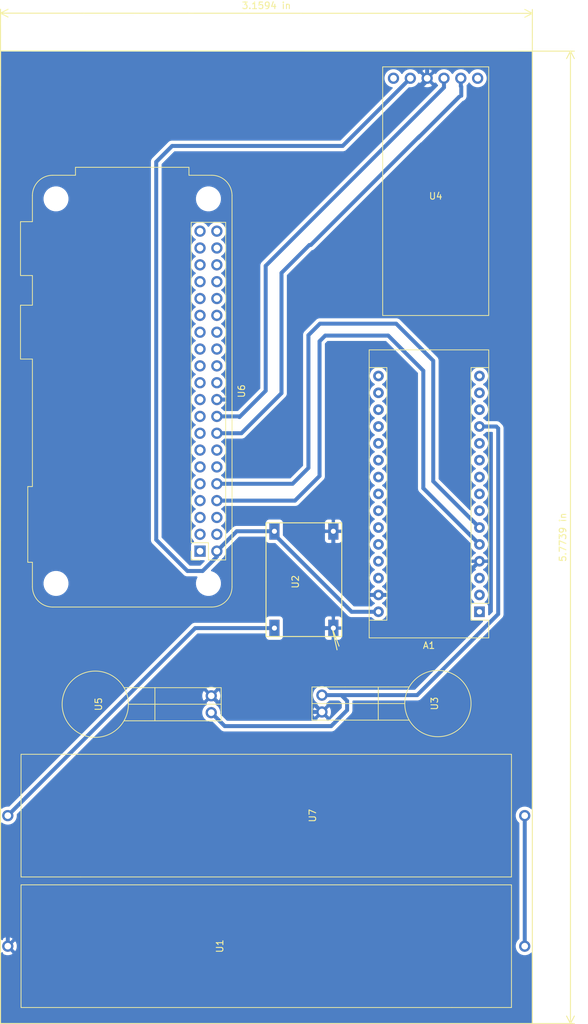
<source format=kicad_pcb>
(kicad_pcb (version 20171130) (host pcbnew "(5.1.5)-3")

  (general
    (thickness 1.6)
    (drawings 8)
    (tracks 99)
    (zones 0)
    (modules 8)
    (nets 70)
  )

  (page A4 portrait)
  (title_block
    (title "Vibrador Arduino por Bluetooth")
    (date 2020-04-06)
    (rev "CARRO, Nahuel ")
    (company "Ojo de Van Gogh")
    (comment 1 "Debe fabricarse en un PCB Flexible")
    (comment 2 "Se utiliza en la muñeca del usuario")
  )

  (layers
    (0 F.Cu signal)
    (31 B.Cu signal)
    (32 B.Adhes user)
    (33 F.Adhes user)
    (34 B.Paste user)
    (35 F.Paste user)
    (36 B.SilkS user)
    (37 F.SilkS user)
    (38 B.Mask user)
    (39 F.Mask user)
    (40 Dwgs.User user)
    (41 Cmts.User user)
    (42 Eco1.User user)
    (43 Eco2.User user)
    (44 Edge.Cuts user)
    (45 Margin user)
    (46 B.CrtYd user)
    (47 F.CrtYd user)
    (48 B.Fab user)
    (49 F.Fab user)
  )

  (setup
    (last_trace_width 0.25)
    (user_trace_width 0.4)
    (user_trace_width 0.6)
    (trace_clearance 0.2)
    (zone_clearance 0.508)
    (zone_45_only no)
    (trace_min 0.2)
    (via_size 0.8)
    (via_drill 0.4)
    (via_min_size 0.4)
    (via_min_drill 0.3)
    (uvia_size 0.3)
    (uvia_drill 0.1)
    (uvias_allowed no)
    (uvia_min_size 0.2)
    (uvia_min_drill 0.1)
    (edge_width 0.1)
    (segment_width 0.2)
    (pcb_text_width 0.3)
    (pcb_text_size 1.5 1.5)
    (mod_edge_width 0.15)
    (mod_text_size 1 1)
    (mod_text_width 0.15)
    (pad_size 1.7 1.7)
    (pad_drill 1)
    (pad_to_mask_clearance 0)
    (aux_axis_origin 0 0)
    (visible_elements 7FFFFFFF)
    (pcbplotparams
      (layerselection 0x00000_fffffffe)
      (usegerberextensions false)
      (usegerberattributes false)
      (usegerberadvancedattributes false)
      (creategerberjobfile false)
      (excludeedgelayer true)
      (linewidth 0.100000)
      (plotframeref false)
      (viasonmask false)
      (mode 1)
      (useauxorigin false)
      (hpglpennumber 1)
      (hpglpenspeed 20)
      (hpglpendiameter 15.000000)
      (psnegative false)
      (psa4output false)
      (plotreference true)
      (plotvalue true)
      (plotinvisibletext false)
      (padsonsilk false)
      (subtractmaskfromsilk false)
      (outputformat 4)
      (mirror false)
      (drillshape 0)
      (scaleselection 1)
      (outputdirectory ""))
  )

  (net 0 "")
  (net 1 D9)
  (net 2 RX)
  (net 3 TX)
  (net 4 "Net-(U4-Pad1)")
  (net 5 "Net-(U4-Pad6)")
  (net 6 "Net-(U6-Pad6)")
  (net 7 "Net-(U6-Pad3)")
  (net 8 "Net-(U6-Pad15)")
  (net 9 "Net-(U6-Pad4)")
  (net 10 "Net-(U6-Pad5)")
  (net 11 "Net-(U6-Pad1)")
  (net 12 "Net-(U6-Pad23)")
  (net 13 "Net-(U6-Pad24)")
  (net 14 "Net-(U6-Pad11)")
  (net 15 "Net-(U6-Pad12)")
  (net 16 "Net-(U6-Pad27)")
  (net 17 "Net-(U6-Pad28)")
  (net 18 "Net-(U6-Pad13)")
  (net 19 "Net-(U6-Pad14)")
  (net 20 "Net-(U6-Pad9)")
  (net 21 "Net-(U6-Pad19)")
  (net 22 "Net-(U6-Pad37)")
  (net 23 "Net-(U6-Pad38)")
  (net 24 "Net-(U6-Pad33)")
  (net 25 "Net-(U6-Pad34)")
  (net 26 "Net-(U6-Pad35)")
  (net 27 "Net-(U6-Pad36)")
  (net 28 "Net-(U6-Pad17)")
  (net 29 "Net-(U6-Pad31)")
  (net 30 "Net-(U6-Pad32)")
  (net 31 "Net-(U6-Pad7)")
  (net 32 "Net-(U6-Pad29)")
  (net 33 "Net-(U6-Pad30)")
  (net 34 "Net-(U6-Pad21)")
  (net 35 "Net-(U6-Pad22)")
  (net 36 "Net-(U6-Pad25)")
  (net 37 "Net-(U6-Pad26)")
  (net 38 "Net-(U6-Pad39)")
  (net 39 "Net-(U6-Pad40)")
  (net 40 "Net-(A1-Pad16)")
  (net 41 "Net-(A1-Pad15)")
  (net 42 "Net-(A1-Pad28)")
  (net 43 "Net-(A1-Pad27)")
  (net 44 "Net-(A1-Pad11)")
  (net 45 "Net-(A1-Pad26)")
  (net 46 "Net-(A1-Pad10)")
  (net 47 "Net-(A1-Pad25)")
  (net 48 "Net-(A1-Pad9)")
  (net 49 "Net-(A1-Pad24)")
  (net 50 "Net-(A1-Pad8)")
  (net 51 "Net-(A1-Pad23)")
  (net 52 "Net-(A1-Pad7)")
  (net 53 "Net-(A1-Pad22)")
  (net 54 "Net-(A1-Pad21)")
  (net 55 "Net-(A1-Pad20)")
  (net 56 "Net-(A1-Pad19)")
  (net 57 "Net-(A1-Pad3)")
  (net 58 "Net-(A1-Pad18)")
  (net 59 "Net-(A1-Pad2)")
  (net 60 "Net-(A1-Pad17)")
  (net 61 "Net-(A1-Pad1)")
  (net 62 IN+)
  (net 63 OUT+)
  (net 64 IN-)
  (net 65 Tx_rasp)
  (net 66 Rx_rasp)
  (net 67 "Net-(U1-Pad1)")
  (net 68 "Net-(A1-Pad14)")
  (net 69 "Net-(A1-Pad13)")

  (net_class Default "Esta es la clase de red por defecto."
    (clearance 0.2)
    (trace_width 0.25)
    (via_dia 0.8)
    (via_drill 0.4)
    (uvia_dia 0.3)
    (uvia_drill 0.1)
    (add_net D9)
    (add_net IN+)
    (add_net IN-)
    (add_net "Net-(A1-Pad1)")
    (add_net "Net-(A1-Pad10)")
    (add_net "Net-(A1-Pad11)")
    (add_net "Net-(A1-Pad13)")
    (add_net "Net-(A1-Pad14)")
    (add_net "Net-(A1-Pad15)")
    (add_net "Net-(A1-Pad16)")
    (add_net "Net-(A1-Pad17)")
    (add_net "Net-(A1-Pad18)")
    (add_net "Net-(A1-Pad19)")
    (add_net "Net-(A1-Pad2)")
    (add_net "Net-(A1-Pad20)")
    (add_net "Net-(A1-Pad21)")
    (add_net "Net-(A1-Pad22)")
    (add_net "Net-(A1-Pad23)")
    (add_net "Net-(A1-Pad24)")
    (add_net "Net-(A1-Pad25)")
    (add_net "Net-(A1-Pad26)")
    (add_net "Net-(A1-Pad27)")
    (add_net "Net-(A1-Pad28)")
    (add_net "Net-(A1-Pad3)")
    (add_net "Net-(A1-Pad7)")
    (add_net "Net-(A1-Pad8)")
    (add_net "Net-(A1-Pad9)")
    (add_net "Net-(U1-Pad1)")
    (add_net "Net-(U4-Pad1)")
    (add_net "Net-(U4-Pad6)")
    (add_net "Net-(U6-Pad1)")
    (add_net "Net-(U6-Pad11)")
    (add_net "Net-(U6-Pad12)")
    (add_net "Net-(U6-Pad13)")
    (add_net "Net-(U6-Pad14)")
    (add_net "Net-(U6-Pad15)")
    (add_net "Net-(U6-Pad17)")
    (add_net "Net-(U6-Pad19)")
    (add_net "Net-(U6-Pad21)")
    (add_net "Net-(U6-Pad22)")
    (add_net "Net-(U6-Pad23)")
    (add_net "Net-(U6-Pad24)")
    (add_net "Net-(U6-Pad25)")
    (add_net "Net-(U6-Pad26)")
    (add_net "Net-(U6-Pad27)")
    (add_net "Net-(U6-Pad28)")
    (add_net "Net-(U6-Pad29)")
    (add_net "Net-(U6-Pad3)")
    (add_net "Net-(U6-Pad30)")
    (add_net "Net-(U6-Pad31)")
    (add_net "Net-(U6-Pad32)")
    (add_net "Net-(U6-Pad33)")
    (add_net "Net-(U6-Pad34)")
    (add_net "Net-(U6-Pad35)")
    (add_net "Net-(U6-Pad36)")
    (add_net "Net-(U6-Pad37)")
    (add_net "Net-(U6-Pad38)")
    (add_net "Net-(U6-Pad39)")
    (add_net "Net-(U6-Pad4)")
    (add_net "Net-(U6-Pad40)")
    (add_net "Net-(U6-Pad5)")
    (add_net "Net-(U6-Pad6)")
    (add_net "Net-(U6-Pad7)")
    (add_net "Net-(U6-Pad9)")
    (add_net OUT+)
    (add_net RX)
    (add_net Rx_rasp)
    (add_net TX)
    (add_net Tx_rasp)
  )

  (module VibradorPCB:HC-05 (layer F.Cu) (tedit 5E912887) (tstamp 5E96277F)
    (at 121.0056 50.2158 180)
    (path /5E6EC1C3)
    (fp_text reference U4 (at 0 -20.5) (layer F.SilkS)
      (effects (font (size 1 1) (thickness 0.15)))
    )
    (fp_text value HC-05 (at 0 -21.5) (layer F.Fab)
      (effects (font (size 1 1) (thickness 0.15)))
    )
    (fp_line (start -8 -1) (end 8 -1) (layer F.SilkS) (width 0.12))
    (fp_line (start 8 -1) (end 8 -38.5) (layer F.SilkS) (width 0.12))
    (fp_line (start 8 -38.5) (end -8 -38.5) (layer F.SilkS) (width 0.12))
    (fp_line (start -8 -38.5) (end -8 -1) (layer F.SilkS) (width 0.12))
    (pad 6 thru_hole circle (at -6.33 -2.72 180) (size 1.7 1.7) (drill 1) (layers *.Cu *.Mask)
      (net 5 "Net-(U4-Pad6)"))
    (pad 5 thru_hole circle (at -3.79 -2.72 180) (size 1.7 1.7) (drill 1) (layers *.Cu *.Mask)
      (net 3 TX))
    (pad 4 thru_hole circle (at -1.25 -2.72 180) (size 1.7 1.7) (drill 1) (layers *.Cu *.Mask)
      (net 2 RX))
    (pad 3 thru_hole circle (at 1.29 -2.72 180) (size 1.7 1.7) (drill 1) (layers *.Cu *.Mask)
      (net 64 IN-))
    (pad 2 thru_hole circle (at 3.83 -2.72 180) (size 1.7 1.7) (drill 1) (layers *.Cu *.Mask)
      (net 63 OUT+))
    (pad 1 thru_hole circle (at 6.37 -2.72 180) (size 1.7 1.7) (drill 1) (layers *.Cu *.Mask)
      (net 4 "Net-(U4-Pad1)"))
  )

  (module Module:Raspberry_Pi_Zero_Socketed_THT_FaceDown_MountingHoles (layer F.Cu) (tedit 5C6350CC) (tstamp 5E96256F)
    (at 85.4456 124.2568 180)
    (descr "Raspberry Pi Zero using through hole straight pin socket, 2x20, 2.54mm pitch, https://www.raspberrypi.org/documentation/hardware/raspberrypi/mechanical/rpi_MECH_Zero_1p2.pdf")
    (tags "raspberry pi zero through hole")
    (path /5E9167F3)
    (fp_text reference U6 (at -6.27 24.13 270) (layer F.SilkS)
      (effects (font (size 1 1) (thickness 0.15)))
    )
    (fp_text value PiZeroW (at 10.23 24.13 90) (layer F.Fab)
      (effects (font (size 1 1) (thickness 0.15)))
    )
    (fp_line (start 27.03 41.63) (end 25.23 41.63) (layer F.Fab) (width 0.1))
    (fp_line (start 27.03 49.63) (end 27.03 41.63) (layer F.Fab) (width 0.1))
    (fp_line (start 25.23 49.63) (end 27.03 49.63) (layer F.Fab) (width 0.1))
    (fp_line (start 25.23 -1.62) (end 25.23 -5.37) (layer F.Fab) (width 0.1))
    (fp_line (start 25.93 9.68) (end 25.93 -1.62) (layer F.Fab) (width 0.1))
    (fp_line (start 25.23 9.68) (end 25.93 9.68) (layer F.Fab) (width 0.1))
    (fp_line (start 25.23 -1.62) (end 25.93 -1.62) (layer F.Fab) (width 0.1))
    (fp_line (start 19.23 56.88) (end 25.48 56.88) (layer F.CrtYd) (width 0.05))
    (fp_line (start -5.02 56.88) (end 1.23 56.88) (layer F.CrtYd) (width 0.05))
    (fp_line (start 25.48 50.13) (end 25.48 56.88) (layer F.CrtYd) (width 0.05))
    (fp_line (start 25.48 37.53) (end 25.48 41.13) (layer F.CrtYd) (width 0.05))
    (fp_line (start 25.48 -2.12) (end 25.48 -8.62) (layer F.CrtYd) (width 0.05))
    (fp_line (start -5.02 -8.62) (end 25.48 -8.62) (layer F.CrtYd) (width 0.05))
    (fp_arc (start 22.23 -5.37) (end 22.23 -8.43) (angle 90) (layer F.SilkS) (width 0.12))
    (fp_line (start 25.48 28.53) (end 25.48 10.18) (layer F.CrtYd) (width 0.05))
    (fp_line (start -5.02 56.88) (end -5.02 -8.62) (layer F.CrtYd) (width 0.05))
    (fp_line (start 19.23 58.33) (end 1.23 58.33) (layer F.CrtYd) (width 0.05))
    (fp_line (start 19.23 58.33) (end 19.23 56.88) (layer F.CrtYd) (width 0.05))
    (fp_line (start 1.23 58.33) (end 1.23 56.88) (layer F.CrtYd) (width 0.05))
    (fp_line (start 26.43 -2.12) (end 26.43 10.18) (layer F.CrtYd) (width 0.05))
    (fp_line (start 26.43 -2.12) (end 25.48 -2.12) (layer F.CrtYd) (width 0.05))
    (fp_line (start 26.43 10.18) (end 25.48 10.18) (layer F.CrtYd) (width 0.05))
    (fp_line (start 27.53 28.53) (end 25.48 28.53) (layer F.CrtYd) (width 0.05))
    (fp_line (start 27.53 37.53) (end 27.53 28.53) (layer F.CrtYd) (width 0.05))
    (fp_line (start 27.53 37.53) (end 25.48 37.53) (layer F.CrtYd) (width 0.05))
    (fp_line (start 27.53 50.13) (end 27.53 41.13) (layer F.CrtYd) (width 0.05))
    (fp_line (start 27.53 41.13) (end 25.48 41.13) (layer F.CrtYd) (width 0.05))
    (fp_line (start 27.53 50.13) (end 25.48 50.13) (layer F.CrtYd) (width 0.05))
    (fp_arc (start 22.23 53.63) (end 25.23 53.63) (angle 90) (layer F.Fab) (width 0.1))
    (fp_arc (start -1.77 -5.37) (end -4.83 -5.37) (angle 90) (layer F.SilkS) (width 0.12))
    (fp_arc (start -1.77 53.63) (end -1.77 56.69) (angle 90) (layer F.SilkS) (width 0.12))
    (fp_line (start -4.83 53.63) (end -4.83 -5.37) (layer F.SilkS) (width 0.12))
    (fp_line (start -1.77 -8.43) (end 22.23 -8.43) (layer F.SilkS) (width 0.12))
    (fp_line (start 25.29 53.63) (end 25.29 49.69) (layer F.SilkS) (width 0.12))
    (fp_line (start 18.79 56.69) (end 22.23 56.69) (layer F.SilkS) (width 0.12))
    (fp_arc (start 22.23 53.63) (end 25.29 53.63) (angle 90) (layer F.SilkS) (width 0.12))
    (fp_arc (start 22.23 -5.37) (end 22.23 -8.37) (angle 90) (layer F.Fab) (width 0.1))
    (fp_arc (start -1.77 -5.37) (end -4.77 -5.37) (angle 90) (layer F.Fab) (width 0.1))
    (fp_arc (start -1.77 53.63) (end -1.77 56.63) (angle 90) (layer F.Fab) (width 0.1))
    (fp_line (start 1.27 -0.27) (end 1.27 49.53) (layer F.Fab) (width 0.1))
    (fp_line (start -3.81 -1.27) (end 0.27 -1.27) (layer F.Fab) (width 0.1))
    (fp_line (start 0.27 -1.27) (end 1.27 -0.27) (layer F.Fab) (width 0.1))
    (fp_line (start -3.87 49.59) (end 1.33 49.59) (layer F.SilkS) (width 0.12))
    (fp_line (start 1.33 1.27) (end 1.33 49.59) (layer F.SilkS) (width 0.12))
    (fp_line (start 1.33 -1.33) (end 1.33 0) (layer F.SilkS) (width 0.12))
    (fp_line (start 0 -1.33) (end 1.33 -1.33) (layer F.SilkS) (width 0.12))
    (fp_line (start -1.27 1.27) (end 1.33 1.27) (layer F.SilkS) (width 0.12))
    (fp_line (start -1.27 -1.33) (end -1.27 1.27) (layer F.SilkS) (width 0.12))
    (fp_line (start 1.76 50) (end -4.34 50) (layer F.CrtYd) (width 0.05))
    (fp_line (start -4.34 50) (end -4.34 -1.8) (layer F.CrtYd) (width 0.05))
    (fp_line (start -4.34 -1.8) (end 1.76 -1.8) (layer F.CrtYd) (width 0.05))
    (fp_line (start 1.76 -1.8) (end 1.76 50) (layer F.CrtYd) (width 0.05))
    (fp_line (start -3.87 -1.33) (end -1.27 -1.33) (layer F.SilkS) (width 0.12))
    (fp_line (start -3.87 -1.33) (end -3.87 49.59) (layer F.SilkS) (width 0.12))
    (fp_line (start 1.27 49.53) (end -3.81 49.53) (layer F.Fab) (width 0.1))
    (fp_line (start -3.81 49.53) (end -3.81 -1.27) (layer F.Fab) (width 0.1))
    (fp_text user %R (at -1.27 24.13 270) (layer F.Fab)
      (effects (font (size 1 1) (thickness 0.15)))
    )
    (fp_line (start -1.77 56.63) (end 1.73 56.63) (layer F.Fab) (width 0.1))
    (fp_line (start -1.77 -8.37) (end 22.23 -8.37) (layer F.Fab) (width 0.1))
    (fp_line (start -4.77 53.63) (end -4.77 -5.37) (layer F.Fab) (width 0.1))
    (fp_line (start 27.03 29.03) (end 25.23 29.03) (layer F.Fab) (width 0.1))
    (fp_line (start 25.23 37.03) (end 27.03 37.03) (layer F.Fab) (width 0.1))
    (fp_line (start 27.03 37.03) (end 27.03 29.03) (layer F.Fab) (width 0.1))
    (fp_line (start 25.23 49.63) (end 25.23 53.63) (layer F.Fab) (width 0.1))
    (fp_line (start 25.23 41.63) (end 25.23 37.03) (layer F.Fab) (width 0.1))
    (fp_line (start 25.23 29.03) (end 25.23 9.68) (layer F.Fab) (width 0.1))
    (fp_line (start 1.73 56.63) (end 1.73 57.83) (layer F.Fab) (width 0.1))
    (fp_line (start 1.73 57.83) (end 18.73 57.83) (layer F.Fab) (width 0.1))
    (fp_line (start 18.73 56.63) (end 18.73 57.83) (layer F.Fab) (width 0.1))
    (fp_line (start 22.23 56.63) (end 18.73 56.63) (layer F.Fab) (width 0.1))
    (fp_line (start 1.67 56.69) (end 1.67 57.89) (layer F.SilkS) (width 0.12))
    (fp_line (start 1.67 57.89) (end 18.79 57.89) (layer F.SilkS) (width 0.12))
    (fp_line (start 18.79 57.89) (end 18.79 56.69) (layer F.SilkS) (width 0.12))
    (fp_line (start 1.67 56.69) (end -1.77 56.69) (layer F.SilkS) (width 0.12))
    (fp_line (start 25.29 49.69) (end 27.09 49.69) (layer F.SilkS) (width 0.12))
    (fp_line (start 27.09 49.69) (end 27.09 41.57) (layer F.SilkS) (width 0.12))
    (fp_line (start 27.09 41.57) (end 25.29 41.57) (layer F.SilkS) (width 0.12))
    (fp_line (start 25.29 37.09) (end 27.09 37.09) (layer F.SilkS) (width 0.12))
    (fp_line (start 27.09 28.97) (end 25.29 28.97) (layer F.SilkS) (width 0.12))
    (fp_line (start 27.09 37.09) (end 27.09 28.97) (layer F.SilkS) (width 0.12))
    (fp_line (start 25.29 41.57) (end 25.29 37.09) (layer F.SilkS) (width 0.12))
    (fp_line (start 25.29 28.97) (end 25.29 9.74) (layer F.SilkS) (width 0.12))
    (fp_line (start 25.29 9.74) (end 25.99 9.74) (layer F.SilkS) (width 0.12))
    (fp_line (start 25.99 9.74) (end 25.99 -1.68) (layer F.SilkS) (width 0.12))
    (fp_line (start 25.99 -1.68) (end 25.29 -1.68) (layer F.SilkS) (width 0.12))
    (fp_line (start 25.29 -1.68) (end 25.29 -5.37) (layer F.SilkS) (width 0.12))
    (pad 6 thru_hole oval (at -2.54 5.08 180) (size 1.7 1.7) (drill 1) (layers *.Cu *.Mask)
      (net 6 "Net-(U6-Pad6)"))
    (pad 3 thru_hole oval (at 0 2.54 180) (size 1.7 1.7) (drill 1) (layers *.Cu *.Mask)
      (net 7 "Net-(U6-Pad3)"))
    (pad 15 thru_hole oval (at 0 17.78 180) (size 1.7 1.7) (drill 1) (layers *.Cu *.Mask)
      (net 8 "Net-(U6-Pad15)"))
    (pad 16 thru_hole oval (at -2.54 17.78 180) (size 1.7 1.7) (drill 1) (layers *.Cu *.Mask)
      (net 3 TX))
    (pad 4 thru_hole oval (at -2.54 2.54 180) (size 1.7 1.7) (drill 1) (layers *.Cu *.Mask)
      (net 9 "Net-(U6-Pad4)"))
    (pad 5 thru_hole oval (at 0 5.08 180) (size 1.7 1.7) (drill 1) (layers *.Cu *.Mask)
      (net 10 "Net-(U6-Pad5)"))
    (pad 2 thru_hole oval (at -2.54 0 180) (size 1.7 1.7) (drill 1) (layers *.Cu *.Mask)
      (net 63 OUT+))
    (pad 1 thru_hole rect (at 0 0 180) (size 1.7 1.7) (drill 1) (layers *.Cu *.Mask)
      (net 11 "Net-(U6-Pad1)"))
    (pad 23 thru_hole oval (at 0 27.94 180) (size 1.7 1.7) (drill 1) (layers *.Cu *.Mask)
      (net 12 "Net-(U6-Pad23)"))
    (pad 24 thru_hole oval (at -2.54 27.94 180) (size 1.7 1.7) (drill 1) (layers *.Cu *.Mask)
      (net 13 "Net-(U6-Pad24)"))
    (pad 11 thru_hole oval (at 0 12.7 180) (size 1.7 1.7) (drill 1) (layers *.Cu *.Mask)
      (net 14 "Net-(U6-Pad11)"))
    (pad 12 thru_hole oval (at -2.54 12.7 180) (size 1.7 1.7) (drill 1) (layers *.Cu *.Mask)
      (net 15 "Net-(U6-Pad12)"))
    (pad 27 thru_hole oval (at 0 33.02 180) (size 1.7 1.7) (drill 1) (layers *.Cu *.Mask)
      (net 16 "Net-(U6-Pad27)"))
    (pad 28 thru_hole oval (at -2.54 33.02 180) (size 1.7 1.7) (drill 1) (layers *.Cu *.Mask)
      (net 17 "Net-(U6-Pad28)"))
    (pad 13 thru_hole oval (at 0 15.24 180) (size 1.7 1.7) (drill 1) (layers *.Cu *.Mask)
      (net 18 "Net-(U6-Pad13)"))
    (pad 14 thru_hole oval (at -2.54 15.24 180) (size 1.7 1.7) (drill 1) (layers *.Cu *.Mask)
      (net 19 "Net-(U6-Pad14)"))
    (pad 9 thru_hole oval (at 0 10.16 180) (size 1.7 1.7) (drill 1) (layers *.Cu *.Mask)
      (net 20 "Net-(U6-Pad9)"))
    (pad 10 thru_hole oval (at -2.54 10.16 180) (size 1.7 1.7) (drill 1) (layers *.Cu *.Mask)
      (net 66 Rx_rasp))
    (pad 19 thru_hole oval (at 0 22.86 180) (size 1.7 1.7) (drill 1) (layers *.Cu *.Mask)
      (net 21 "Net-(U6-Pad19)"))
    (pad 20 thru_hole oval (at -2.54 22.86 180) (size 1.7 1.7) (drill 1) (layers *.Cu *.Mask)
      (net 64 IN-))
    (pad 37 thru_hole oval (at 0 45.72 180) (size 1.7 1.7) (drill 1) (layers *.Cu *.Mask)
      (net 22 "Net-(U6-Pad37)"))
    (pad 38 thru_hole oval (at -2.54 45.72 180) (size 1.7 1.7) (drill 1) (layers *.Cu *.Mask)
      (net 23 "Net-(U6-Pad38)"))
    (pad 33 thru_hole oval (at 0 40.64 180) (size 1.7 1.7) (drill 1) (layers *.Cu *.Mask)
      (net 24 "Net-(U6-Pad33)"))
    (pad 34 thru_hole oval (at -2.54 40.64 180) (size 1.7 1.7) (drill 1) (layers *.Cu *.Mask)
      (net 25 "Net-(U6-Pad34)"))
    (pad 35 thru_hole oval (at 0 43.18 180) (size 1.7 1.7) (drill 1) (layers *.Cu *.Mask)
      (net 26 "Net-(U6-Pad35)"))
    (pad 36 thru_hole oval (at -2.54 43.18 180) (size 1.7 1.7) (drill 1) (layers *.Cu *.Mask)
      (net 27 "Net-(U6-Pad36)"))
    (pad 17 thru_hole oval (at 0 20.32 180) (size 1.7 1.7) (drill 1) (layers *.Cu *.Mask)
      (net 28 "Net-(U6-Pad17)"))
    (pad 18 thru_hole oval (at -2.54 20.32 180) (size 1.7 1.7) (drill 1) (layers *.Cu *.Mask)
      (net 2 RX))
    (pad 31 thru_hole oval (at 0 38.1 180) (size 1.7 1.7) (drill 1) (layers *.Cu *.Mask)
      (net 29 "Net-(U6-Pad31)"))
    (pad 32 thru_hole oval (at -2.54 38.1 180) (size 1.7 1.7) (drill 1) (layers *.Cu *.Mask)
      (net 30 "Net-(U6-Pad32)"))
    (pad 7 thru_hole oval (at 0 7.62 180) (size 1.7 1.7) (drill 1) (layers *.Cu *.Mask)
      (net 31 "Net-(U6-Pad7)"))
    (pad 8 thru_hole oval (at -2.54 7.62 180) (size 1.7 1.7) (drill 1) (layers *.Cu *.Mask)
      (net 65 Tx_rasp))
    (pad 29 thru_hole oval (at 0 35.56 180) (size 1.7 1.7) (drill 1) (layers *.Cu *.Mask)
      (net 32 "Net-(U6-Pad29)"))
    (pad 30 thru_hole oval (at -2.54 35.56 180) (size 1.7 1.7) (drill 1) (layers *.Cu *.Mask)
      (net 33 "Net-(U6-Pad30)"))
    (pad 21 thru_hole oval (at 0 25.4 180) (size 1.7 1.7) (drill 1) (layers *.Cu *.Mask)
      (net 34 "Net-(U6-Pad21)"))
    (pad 22 thru_hole oval (at -2.54 25.4 180) (size 1.7 1.7) (drill 1) (layers *.Cu *.Mask)
      (net 35 "Net-(U6-Pad22)"))
    (pad 25 thru_hole oval (at 0 30.48 180) (size 1.7 1.7) (drill 1) (layers *.Cu *.Mask)
      (net 36 "Net-(U6-Pad25)"))
    (pad 26 thru_hole oval (at -2.54 30.48 180) (size 1.7 1.7) (drill 1) (layers *.Cu *.Mask)
      (net 37 "Net-(U6-Pad26)"))
    (pad 39 thru_hole oval (at 0 48.26 180) (size 1.7 1.7) (drill 1) (layers *.Cu *.Mask)
      (net 38 "Net-(U6-Pad39)"))
    (pad 40 thru_hole oval (at -2.54 48.26 180) (size 1.7 1.7) (drill 1) (layers *.Cu *.Mask)
      (net 39 "Net-(U6-Pad40)"))
    (pad "" np_thru_hole circle (at -1.27 -4.87 270) (size 2.75 2.75) (drill 2.75) (layers *.Cu *.Mask)
      (solder_mask_margin 1.625))
    (pad "" np_thru_hole circle (at 21.73 53.13 270) (size 2.75 2.75) (drill 2.75) (layers *.Cu *.Mask)
      (solder_mask_margin 1.625))
    (pad "" np_thru_hole circle (at 21.73 -4.87 270) (size 2.75 2.75) (drill 2.75) (layers *.Cu *.Mask)
      (solder_mask_margin 1.625))
    (pad "" np_thru_hole circle (at -1.27 53.13 270) (size 2.75 2.75) (drill 2.75) (layers *.Cu *.Mask)
      (solder_mask_margin 1.625))
    (model ${KISYS3DMOD}/Module.3dshapes/Raspberry_Pi_Zero_Socketed_THT_FaceDown_MountingHoles.wrl
      (at (xyz 0 0 0))
      (scale (xyz 1 1 1))
      (rotate (xyz 0 0 0))
    )
    (model C:/Users/matia/Downloads/ADA3708--3DModel-STEP-56544.STEP
      (offset (xyz 9.5 -24.5 -2))
      (scale (xyz 1 1 1))
      (rotate (xyz -90 180 -90))
    )
  )

  (module Module:Arduino_Nano (layer F.Cu) (tedit 58ACAF70) (tstamp 5E9628E3)
    (at 127.6096 133.4008 180)
    (descr "Arduino Nano, http://www.mouser.com/pdfdocs/Gravitech_Arduino_Nano3_0.pdf")
    (tags "Arduino Nano")
    (path /5E91EE2F)
    (fp_text reference A1 (at 7.62 -5.08) (layer F.SilkS)
      (effects (font (size 1 1) (thickness 0.15)))
    )
    (fp_text value Arduino_Nano_v3.x (at 8.89 19.05 270) (layer F.Fab)
      (effects (font (size 1 1) (thickness 0.15)))
    )
    (fp_line (start 16.75 42.16) (end -1.53 42.16) (layer F.CrtYd) (width 0.05))
    (fp_line (start 16.75 42.16) (end 16.75 -4.06) (layer F.CrtYd) (width 0.05))
    (fp_line (start -1.53 -4.06) (end -1.53 42.16) (layer F.CrtYd) (width 0.05))
    (fp_line (start -1.53 -4.06) (end 16.75 -4.06) (layer F.CrtYd) (width 0.05))
    (fp_line (start 16.51 -3.81) (end 16.51 39.37) (layer F.Fab) (width 0.1))
    (fp_line (start 0 -3.81) (end 16.51 -3.81) (layer F.Fab) (width 0.1))
    (fp_line (start -1.27 -2.54) (end 0 -3.81) (layer F.Fab) (width 0.1))
    (fp_line (start -1.27 39.37) (end -1.27 -2.54) (layer F.Fab) (width 0.1))
    (fp_line (start 16.51 39.37) (end -1.27 39.37) (layer F.Fab) (width 0.1))
    (fp_line (start 16.64 -3.94) (end -1.4 -3.94) (layer F.SilkS) (width 0.12))
    (fp_line (start 16.64 39.5) (end 16.64 -3.94) (layer F.SilkS) (width 0.12))
    (fp_line (start -1.4 39.5) (end 16.64 39.5) (layer F.SilkS) (width 0.12))
    (fp_line (start 3.81 41.91) (end 3.81 31.75) (layer F.Fab) (width 0.1))
    (fp_line (start 11.43 41.91) (end 3.81 41.91) (layer F.Fab) (width 0.1))
    (fp_line (start 11.43 31.75) (end 11.43 41.91) (layer F.Fab) (width 0.1))
    (fp_line (start 3.81 31.75) (end 11.43 31.75) (layer F.Fab) (width 0.1))
    (fp_line (start 1.27 36.83) (end -1.4 36.83) (layer F.SilkS) (width 0.12))
    (fp_line (start 1.27 1.27) (end 1.27 36.83) (layer F.SilkS) (width 0.12))
    (fp_line (start 1.27 1.27) (end -1.4 1.27) (layer F.SilkS) (width 0.12))
    (fp_line (start 13.97 36.83) (end 16.64 36.83) (layer F.SilkS) (width 0.12))
    (fp_line (start 13.97 -1.27) (end 13.97 36.83) (layer F.SilkS) (width 0.12))
    (fp_line (start 13.97 -1.27) (end 16.64 -1.27) (layer F.SilkS) (width 0.12))
    (fp_line (start -1.4 -3.94) (end -1.4 -1.27) (layer F.SilkS) (width 0.12))
    (fp_line (start -1.4 1.27) (end -1.4 39.5) (layer F.SilkS) (width 0.12))
    (fp_line (start 1.27 -1.27) (end -1.4 -1.27) (layer F.SilkS) (width 0.12))
    (fp_line (start 1.27 1.27) (end 1.27 -1.27) (layer F.SilkS) (width 0.12))
    (fp_text user %R (at 6.35 19.05 270) (layer F.Fab)
      (effects (font (size 1 1) (thickness 0.15)))
    )
    (pad 16 thru_hole oval (at 15.24 35.56 180) (size 1.6 1.6) (drill 0.8) (layers *.Cu *.Mask)
      (net 40 "Net-(A1-Pad16)"))
    (pad 15 thru_hole oval (at 0 35.56 180) (size 1.6 1.6) (drill 0.8) (layers *.Cu *.Mask)
      (net 41 "Net-(A1-Pad15)"))
    (pad 30 thru_hole oval (at 15.24 0 180) (size 1.6 1.6) (drill 0.8) (layers *.Cu *.Mask)
      (net 63 OUT+))
    (pad 14 thru_hole oval (at 0 33.02 180) (size 1.6 1.6) (drill 0.8) (layers *.Cu *.Mask)
      (net 68 "Net-(A1-Pad14)"))
    (pad 29 thru_hole oval (at 15.24 2.54 180) (size 1.6 1.6) (drill 0.8) (layers *.Cu *.Mask)
      (net 64 IN-))
    (pad 13 thru_hole oval (at 0 30.48 180) (size 1.6 1.6) (drill 0.8) (layers *.Cu *.Mask)
      (net 69 "Net-(A1-Pad13)"))
    (pad 28 thru_hole oval (at 15.24 5.08 180) (size 1.6 1.6) (drill 0.8) (layers *.Cu *.Mask)
      (net 42 "Net-(A1-Pad28)"))
    (pad 12 thru_hole oval (at 0 27.94 180) (size 1.6 1.6) (drill 0.8) (layers *.Cu *.Mask)
      (net 1 D9))
    (pad 27 thru_hole oval (at 15.24 7.62 180) (size 1.6 1.6) (drill 0.8) (layers *.Cu *.Mask)
      (net 43 "Net-(A1-Pad27)"))
    (pad 11 thru_hole oval (at 0 25.4 180) (size 1.6 1.6) (drill 0.8) (layers *.Cu *.Mask)
      (net 44 "Net-(A1-Pad11)"))
    (pad 26 thru_hole oval (at 15.24 10.16 180) (size 1.6 1.6) (drill 0.8) (layers *.Cu *.Mask)
      (net 45 "Net-(A1-Pad26)"))
    (pad 10 thru_hole oval (at 0 22.86 180) (size 1.6 1.6) (drill 0.8) (layers *.Cu *.Mask)
      (net 46 "Net-(A1-Pad10)"))
    (pad 25 thru_hole oval (at 15.24 12.7 180) (size 1.6 1.6) (drill 0.8) (layers *.Cu *.Mask)
      (net 47 "Net-(A1-Pad25)"))
    (pad 9 thru_hole oval (at 0 20.32 180) (size 1.6 1.6) (drill 0.8) (layers *.Cu *.Mask)
      (net 48 "Net-(A1-Pad9)"))
    (pad 24 thru_hole oval (at 15.24 15.24 180) (size 1.6 1.6) (drill 0.8) (layers *.Cu *.Mask)
      (net 49 "Net-(A1-Pad24)"))
    (pad 8 thru_hole oval (at 0 17.78 180) (size 1.6 1.6) (drill 0.8) (layers *.Cu *.Mask)
      (net 50 "Net-(A1-Pad8)"))
    (pad 23 thru_hole oval (at 15.24 17.78 180) (size 1.6 1.6) (drill 0.8) (layers *.Cu *.Mask)
      (net 51 "Net-(A1-Pad23)"))
    (pad 7 thru_hole oval (at 0 15.24 180) (size 1.6 1.6) (drill 0.8) (layers *.Cu *.Mask)
      (net 52 "Net-(A1-Pad7)"))
    (pad 22 thru_hole oval (at 15.24 20.32 180) (size 1.6 1.6) (drill 0.8) (layers *.Cu *.Mask)
      (net 53 "Net-(A1-Pad22)"))
    (pad 6 thru_hole oval (at 0 12.7 180) (size 1.6 1.6) (drill 0.8) (layers *.Cu *.Mask)
      (net 66 Rx_rasp))
    (pad 21 thru_hole oval (at 15.24 22.86 180) (size 1.6 1.6) (drill 0.8) (layers *.Cu *.Mask)
      (net 54 "Net-(A1-Pad21)"))
    (pad 5 thru_hole oval (at 0 10.16 180) (size 1.6 1.6) (drill 0.8) (layers *.Cu *.Mask)
      (net 65 Tx_rasp))
    (pad 20 thru_hole oval (at 15.24 25.4 180) (size 1.6 1.6) (drill 0.8) (layers *.Cu *.Mask)
      (net 55 "Net-(A1-Pad20)"))
    (pad 4 thru_hole oval (at 0 7.62 180) (size 1.6 1.6) (drill 0.8) (layers *.Cu *.Mask)
      (net 64 IN-))
    (pad 19 thru_hole oval (at 15.24 27.94 180) (size 1.6 1.6) (drill 0.8) (layers *.Cu *.Mask)
      (net 56 "Net-(A1-Pad19)"))
    (pad 3 thru_hole oval (at 0 5.08 180) (size 1.6 1.6) (drill 0.8) (layers *.Cu *.Mask)
      (net 57 "Net-(A1-Pad3)"))
    (pad 18 thru_hole oval (at 15.24 30.48 180) (size 1.6 1.6) (drill 0.8) (layers *.Cu *.Mask)
      (net 58 "Net-(A1-Pad18)"))
    (pad 2 thru_hole oval (at 0 2.54 180) (size 1.6 1.6) (drill 0.8) (layers *.Cu *.Mask)
      (net 59 "Net-(A1-Pad2)"))
    (pad 17 thru_hole oval (at 15.24 33.02 180) (size 1.6 1.6) (drill 0.8) (layers *.Cu *.Mask)
      (net 60 "Net-(A1-Pad17)"))
    (pad 1 thru_hole rect (at 0 0 180) (size 1.6 1.6) (drill 0.8) (layers *.Cu *.Mask)
      (net 61 "Net-(A1-Pad1)"))
    (model ${KISYS3DMOD}/Module.3dshapes/Arduino_Nano_WithMountingHoles.wrl
      (at (xyz 0 0 0))
      (scale (xyz 1 1 1))
      (rotate (xyz 0 0 0))
    )
  )

  (module VibradorPCB:Vibrador (layer F.Cu) (tedit 5E913C69) (tstamp 5E962879)
    (at 121.3396 147.2438 270)
    (path /5E6F1D29)
    (fp_text reference U3 (at 0 0.5 90) (layer F.SilkS)
      (effects (font (size 1 1) (thickness 0.15)))
    )
    (fp_text value Buzzer (at 0 -0.5 90) (layer F.Fab)
      (effects (font (size 1 1) (thickness 0.15)))
    )
    (fp_circle (center 0 0) (end 5 0) (layer F.SilkS) (width 0.12))
    (fp_line (start -2.5 5) (end -2.5 7.5) (layer F.SilkS) (width 0.12))
    (fp_line (start 0 7.5) (end 0 5) (layer F.SilkS) (width 0.12))
    (fp_line (start -2.5 4.5) (end -2.5 5) (layer F.SilkS) (width 0.12))
    (fp_line (start -2.5 5) (end -2.5 4.5) (layer F.SilkS) (width 0.12))
    (fp_line (start -2.5 4.5) (end -2.5 4.35) (layer F.SilkS) (width 0.12))
    (fp_line (start 0 7.5) (end 0 9) (layer F.SilkS) (width 0.12))
    (fp_line (start 0 9) (end -2.5 9) (layer F.SilkS) (width 0.12))
    (fp_line (start -2.5 9) (end -2.5 7.5) (layer F.SilkS) (width 0.12))
    (fp_line (start 0 9) (end 2.5 9) (layer F.SilkS) (width 0.12))
    (fp_line (start 2.5 9) (end 2.5 4.5) (layer F.SilkS) (width 0.12))
    (fp_line (start 2.5 4.47) (end 2.5 4.33) (layer F.SilkS) (width 0.12))
    (fp_line (start 0 9) (end 0 19) (layer F.SilkS) (width 0.12))
    (fp_line (start 0 19) (end -2.5 19) (layer F.SilkS) (width 0.12))
    (fp_line (start -2.5 19) (end -2.5 14) (layer F.SilkS) (width 0.12))
    (fp_line (start -2.5 9) (end -2.5 14) (layer F.SilkS) (width 0.12))
    (fp_line (start 0 19) (end 2.5 19) (layer F.SilkS) (width 0.12))
    (fp_line (start 2.5 19) (end 2.5 9) (layer F.SilkS) (width 0.12))
    (pad 1 thru_hole circle (at -1.27 17.5 270) (size 1.7 1.7) (drill 1) (layers *.Cu *.Mask)
      (net 1 D9))
    (pad 2 thru_hole circle (at 1.27 17.5 270) (size 1.7 1.7) (drill 1) (layers *.Cu *.Mask)
      (net 64 IN-))
  )

  (module VibradorPCB:Vibrador (layer F.Cu) (tedit 5E913C69) (tstamp 5E962834)
    (at 69.6396 147.3468 90)
    (path /5E8A4DBD)
    (fp_text reference U5 (at 0 0.5 -90) (layer F.SilkS)
      (effects (font (size 1 1) (thickness 0.15)))
    )
    (fp_text value Buzzer (at 0 -0.5 -90) (layer F.Fab)
      (effects (font (size 1 1) (thickness 0.15)))
    )
    (fp_line (start 2.5 19) (end 2.5 9) (layer F.SilkS) (width 0.12))
    (fp_line (start 0 19) (end 2.5 19) (layer F.SilkS) (width 0.12))
    (fp_line (start -2.5 9) (end -2.5 14) (layer F.SilkS) (width 0.12))
    (fp_line (start -2.5 19) (end -2.5 14) (layer F.SilkS) (width 0.12))
    (fp_line (start 0 19) (end -2.5 19) (layer F.SilkS) (width 0.12))
    (fp_line (start 0 9) (end 0 19) (layer F.SilkS) (width 0.12))
    (fp_line (start 2.5 4.47) (end 2.5 4.33) (layer F.SilkS) (width 0.12))
    (fp_line (start 2.5 9) (end 2.5 4.5) (layer F.SilkS) (width 0.12))
    (fp_line (start 0 9) (end 2.5 9) (layer F.SilkS) (width 0.12))
    (fp_line (start -2.5 9) (end -2.5 7.5) (layer F.SilkS) (width 0.12))
    (fp_line (start 0 9) (end -2.5 9) (layer F.SilkS) (width 0.12))
    (fp_line (start 0 7.5) (end 0 9) (layer F.SilkS) (width 0.12))
    (fp_line (start -2.5 4.5) (end -2.5 4.35) (layer F.SilkS) (width 0.12))
    (fp_line (start -2.5 5) (end -2.5 4.5) (layer F.SilkS) (width 0.12))
    (fp_line (start -2.5 4.5) (end -2.5 5) (layer F.SilkS) (width 0.12))
    (fp_line (start 0 7.5) (end 0 5) (layer F.SilkS) (width 0.12))
    (fp_line (start -2.5 5) (end -2.5 7.5) (layer F.SilkS) (width 0.12))
    (fp_circle (center 0 0) (end 5 0) (layer F.SilkS) (width 0.12))
    (pad 2 thru_hole circle (at 1.27 17.5 90) (size 1.7 1.7) (drill 1) (layers *.Cu *.Mask)
      (net 64 IN-))
    (pad 1 thru_hole circle (at -1.27 17.5 90) (size 1.7 1.7) (drill 1) (layers *.Cu *.Mask)
      (net 1 D9))
  )

  (module VibradorPCB:StepDown (layer F.Cu) (tedit 5E94A8B9) (tstamp 5E962805)
    (at 95.4024 128.8796 90)
    (path /5E9524F1)
    (fp_text reference U2 (at 0 4.445 90) (layer F.SilkS)
      (effects (font (size 1 1) (thickness 0.15)))
    )
    (fp_text value StepDown (at 0 6.35 90) (layer F.Fab)
      (effects (font (size 1 1) (thickness 0.15)))
    )
    (fp_line (start 0 0) (end 8.89 0) (layer F.SilkS) (width 0.15))
    (fp_line (start 8.89 0) (end 8.89 11.43) (layer F.SilkS) (width 0.15))
    (fp_line (start 8.89 11.43) (end -8.255 11.43) (layer F.SilkS) (width 0.15))
    (fp_line (start -8.255 11.43) (end -8.255 0) (layer F.SilkS) (width 0.15))
    (fp_line (start -8.255 0) (end 0 0) (layer F.SilkS) (width 0.15))
    (pad 1 thru_hole rect (at -6.985 1.27 90) (size 2.524 1.524) (drill 0.762) (layers *.Cu *.Mask)
      (net 62 IN+))
    (pad 2 thru_hole rect (at 7.62 1.27 90) (size 2.524 1.524) (drill 0.762) (layers *.Cu *.Mask)
      (net 63 OUT+))
    (pad 3 thru_hole rect (at -6.985 10.16 90) (size 2.524 1.524) (drill 0.762) (layers *.Cu *.Mask)
      (net 64 IN-))
    (pad 4 thru_hole rect (at 7.62 10.16 90) (size 2.524 1.524) (drill 0.762) (layers *.Cu *.Mask)
      (net 64 IN-))
  )

  (module "VibradorPCB:Pila de Litio" (layer F.Cu) (tedit 5E95E7DF) (tstamp 5E9627E3)
    (at 56.4396 183.836799 270)
    (path /5E6ECDF3)
    (fp_text reference U1 (at 0 -32 270) (layer F.SilkS)
      (effects (font (size 1 1) (thickness 0.15)))
    )
    (fp_text value Pila3,7V (at 0 -29 270) (layer F.Fab)
      (effects (font (size 1 1) (thickness 0.15)))
    )
    (fp_line (start -9.25 -2) (end 9.25 -2) (layer F.SilkS) (width 0.12))
    (fp_line (start 9.25 -2) (end 9.25 -67) (layer F.SilkS) (width 0.12))
    (fp_line (start -9.25 -67) (end -9.25 -2) (layer F.SilkS) (width 0.12))
    (fp_line (start -9.25 -67) (end -9.25 -76) (layer F.SilkS) (width 0.12))
    (fp_line (start -9.25 -76) (end 9.25 -76) (layer F.SilkS) (width 0.12))
    (fp_line (start 9.25 -76) (end 9.25 -67) (layer F.SilkS) (width 0.12))
    (pad 1 thru_hole circle (at 0 -78 270) (size 1.7 1.7) (drill 1) (layers *.Cu *.Mask)
      (net 67 "Net-(U1-Pad1)"))
    (pad 2 thru_hole circle (at 0 0 270) (size 1.7 1.7) (drill 1) (layers *.Cu *.Mask)
      (net 64 IN-))
  )

  (module "VibradorPCB:Pila de Litio" (layer F.Cu) (tedit 5E95E7DF) (tstamp 5E9627C2)
    (at 134.4396 164.1468 90)
    (path /5E94B3CF)
    (fp_text reference U7 (at 0 -32 90) (layer F.SilkS)
      (effects (font (size 1 1) (thickness 0.15)))
    )
    (fp_text value Pila3,7V-Modulos-VIbrador-rescue (at 0 -29 90) (layer F.Fab)
      (effects (font (size 1 1) (thickness 0.15)))
    )
    (fp_line (start 9.25 -76) (end 9.25 -67) (layer F.SilkS) (width 0.12))
    (fp_line (start -9.25 -76) (end 9.25 -76) (layer F.SilkS) (width 0.12))
    (fp_line (start -9.25 -67) (end -9.25 -76) (layer F.SilkS) (width 0.12))
    (fp_line (start -9.25 -67) (end -9.25 -2) (layer F.SilkS) (width 0.12))
    (fp_line (start 9.25 -2) (end 9.25 -67) (layer F.SilkS) (width 0.12))
    (fp_line (start -9.25 -2) (end 9.25 -2) (layer F.SilkS) (width 0.12))
    (pad 2 thru_hole circle (at 0 0 90) (size 1.7 1.7) (drill 1) (layers *.Cu *.Mask)
      (net 67 "Net-(U1-Pad1)"))
    (pad 1 thru_hole circle (at 0 -78 90) (size 1.7 1.7) (drill 1) (layers *.Cu *.Mask)
      (net 62 IN+))
  )

  (gr_line (start 105.41 135.9408) (end 106.426 138.5824) (layer F.SilkS) (width 0.15) (tstamp 5E96279A))
  (gr_line (start 106.1212 139.1412) (end 105.41 135.9408) (layer F.SilkS) (width 0.15) (tstamp 5E96279D))
  (dimension 146.657 (width 0.15) (layer F.SilkS) (tstamp 5E9627B3)
    (gr_text "146,657 mm" (at 142.6396 122.1753 270) (layer F.SilkS) (tstamp 5E9627B3)
      (effects (font (size 1 1) (thickness 0.15)))
    )
    (feature1 (pts (xy 135.5896 195.5038) (xy 141.926021 195.5038)))
    (feature2 (pts (xy 135.5896 48.8468) (xy 141.926021 48.8468)))
    (crossbar (pts (xy 141.3396 48.8468) (xy 141.3396 195.5038)))
    (arrow1a (pts (xy 141.3396 195.5038) (xy 140.753179 194.377296)))
    (arrow1b (pts (xy 141.3396 195.5038) (xy 141.926021 194.377296)))
    (arrow2a (pts (xy 141.3396 48.8468) (xy 140.753179 49.973304)))
    (arrow2b (pts (xy 141.3396 48.8468) (xy 141.926021 49.973304)))
  )
  (dimension 80.250005 (width 0.15) (layer F.SilkS) (tstamp 5E9627AD)
    (gr_text "80,250 mm" (at 95.467043 41.831841 359.980009) (layer F.SilkS) (tstamp 5E9627AD)
      (effects (font (size 1 1) (thickness 0.15)))
    )
    (feature1 (pts (xy 135.5896 48.8468) (xy 135.591794 42.559421)))
    (feature2 (pts (xy 55.3396 48.8188) (xy 55.341794 42.531421)))
    (crossbar (pts (xy 55.341589 43.117841) (xy 135.591589 43.145841)))
    (arrow1a (pts (xy 135.591589 43.145841) (xy 134.464881 43.731869)))
    (arrow1b (pts (xy 135.591589 43.145841) (xy 134.46529 42.559027)))
    (arrow2a (pts (xy 55.341589 43.117841) (xy 56.467888 43.704655)))
    (arrow2b (pts (xy 55.341589 43.117841) (xy 56.468297 42.531813)))
  )
  (gr_line (start 55.3396 48.8188) (end 135.5896 48.8468) (layer F.SilkS) (width 0.15) (tstamp 5E9627A9))
  (gr_line (start 55.3396 195.5038) (end 55.3396 48.8188) (layer F.SilkS) (width 0.15) (tstamp 5E9627A6))
  (gr_line (start 135.5896 195.5038) (end 135.5896 48.8468) (layer F.SilkS) (width 0.15) (tstamp 5E9627A3))
  (gr_line (start 55.3396 195.5038) (end 135.5896 195.5038) (layer F.SilkS) (width 0.15) (tstamp 5E9627A0))

  (segment (start 106.7666 145.9738) (end 103.8396 145.9738) (width 0.6) (layer B.Cu) (net 1) (tstamp 5E96267A))
  (segment (start 107.6396 146.8468) (end 106.7666 145.9738) (width 0.6) (layer B.Cu) (net 1) (tstamp 5E9626B9))
  (segment (start 107.6396 148.2468) (end 107.6396 146.8468) (width 0.6) (layer B.Cu) (net 1) (tstamp 5E9626AD))
  (segment (start 105.2396 150.6468) (end 107.6396 148.2468) (width 0.6) (layer B.Cu) (net 1) (tstamp 5E9626BC))
  (segment (start 87.1396 148.6168) (end 89.1696 150.6468) (width 0.6) (layer B.Cu) (net 1) (tstamp 5E9626B6))
  (segment (start 89.1696 150.6468) (end 105.2396 150.6468) (width 0.6) (layer B.Cu) (net 1) (tstamp 5E9626B3))
  (segment (start 118.2126 145.9738) (end 106.7666 145.9738) (width 0.6) (layer B.Cu) (net 1) (tstamp 5E9626B0))
  (segment (start 130.4396 133.7468) (end 118.2126 145.9738) (width 0.6) (layer B.Cu) (net 1) (tstamp 5E9626AA))
  (segment (start 130.4396 105.7468) (end 130.4396 133.7468) (width 0.6) (layer B.Cu) (net 1) (tstamp 5E9626A7))
  (segment (start 127.6096 105.4608) (end 130.1536 105.4608) (width 0.6) (layer B.Cu) (net 1) (tstamp 5E9626A4))
  (segment (start 130.1536 105.4608) (end 130.4396 105.7468) (width 0.6) (layer B.Cu) (net 1) (tstamp 5E9626A1))
  (segment (start 122.2556 54.3252) (end 95.3516 81.2292) (width 0.6) (layer B.Cu) (net 2))
  (segment (start 122.2556 52.9358) (end 122.2556 54.3252) (width 0.6) (layer B.Cu) (net 2))
  (segment (start 95.3516 100.076) (end 91.3892 104.0384) (width 0.6) (layer B.Cu) (net 2))
  (segment (start 95.3516 81.2292) (end 95.3516 100.076) (width 0.6) (layer B.Cu) (net 2))
  (segment (start 91.2876 103.9368) (end 91.3892 104.0384) (width 0.6) (layer B.Cu) (net 2))
  (segment (start 87.9856 103.9368) (end 91.2876 103.9368) (width 0.6) (layer B.Cu) (net 2))
  (segment (start 89.187681 106.4768) (end 89.238481 106.5276) (width 0.4) (layer F.Cu) (net 3))
  (segment (start 87.9856 106.4768) (end 89.187681 106.4768) (width 0.4) (layer F.Cu) (net 3))
  (segment (start 87.9856 106.4768) (end 91.694 106.4768) (width 0.6) (layer B.Cu) (net 3))
  (segment (start 91.694 106.4768) (end 97.7392 100.4316) (width 0.6) (layer B.Cu) (net 3))
  (segment (start 97.7392 82.296) (end 101.9556 78.0796) (width 0.6) (layer B.Cu) (net 3))
  (segment (start 97.7392 100.4316) (end 97.7392 82.296) (width 0.6) (layer B.Cu) (net 3))
  (segment (start 101.9556 78.0796) (end 102.1588 78.0796) (width 0.6) (layer B.Cu) (net 3))
  (segment (start 118.3386 61.9506) (end 124.5616 55.7276) (width 0.6) (layer B.Cu) (net 3))
  (segment (start 118.2878 61.9506) (end 118.3386 61.9506) (width 0.6) (layer B.Cu) (net 3))
  (segment (start 102.1588 78.0796) (end 118.2878 61.9506) (width 0.6) (layer B.Cu) (net 3))
  (segment (start 118.2878 61.9506) (end 118.5672 61.6712) (width 0.6) (layer B.Cu) (net 3))
  (segment (start 118.5672 61.6712) (end 124.5616 55.7276) (width 0.4) (layer B.Cu) (net 3))
  (segment (start 124.8664 54.208681) (end 124.8664 55.5752) (width 0.6) (layer B.Cu) (net 3))
  (segment (start 124.7956 52.9358) (end 124.7956 54.137881) (width 0.6) (layer B.Cu) (net 3))
  (segment (start 124.7956 54.137881) (end 124.8664 54.208681) (width 0.6) (layer B.Cu) (net 3))
  (segment (start 124.5616 55.7276) (end 124.8664 55.5752) (width 0.4) (layer B.Cu) (net 3))
  (segment (start 58.7396 161.8468) (end 56.4396 164.1468) (width 0.6) (layer B.Cu) (net 62) (tstamp 5E962686))
  (segment (start 96.6724 135.8646) (end 84.7218 135.8646) (width 0.6) (layer B.Cu) (net 62) (tstamp 5E96267D))
  (segment (start 84.7218 135.8646) (end 58.7396 161.8468) (width 0.6) (layer B.Cu) (net 62) (tstamp 5E962683))
  (segment (start 95.3104 121.2596) (end 96.6724 121.2596) (width 0.6) (layer B.Cu) (net 63) (tstamp 5E962680))
  (segment (start 90.9828 121.2596) (end 95.3104 121.2596) (width 0.6) (layer B.Cu) (net 63) (tstamp 5E9626BF))
  (segment (start 87.9856 124.2568) (end 90.9828 121.2596) (width 0.6) (layer B.Cu) (net 63) (tstamp 5E9626C2))
  (segment (start 96.6724 121.7596) (end 96.6724 121.2596) (width 0.6) (layer B.Cu) (net 63) (tstamp 5E9626C5))
  (segment (start 108.3136 133.4008) (end 96.6724 121.7596) (width 0.6) (layer B.Cu) (net 63) (tstamp 5E9626C8))
  (segment (start 112.3696 133.4008) (end 108.3136 133.4008) (width 0.6) (layer B.Cu) (net 63) (tstamp 5E9626CB))
  (segment (start 78.8396 122.5468) (end 83.544599 127.251799) (width 0.6) (layer B.Cu) (net 63) (tstamp 5E9626E0))
  (segment (start 81.2396 63.1468) (end 78.8396 65.5468) (width 0.6) (layer B.Cu) (net 63) (tstamp 5E9626DA))
  (segment (start 78.8396 65.5468) (end 78.8396 122.5468) (width 0.6) (layer B.Cu) (net 63) (tstamp 5E9626DD))
  (segment (start 87.9856 125.1008) (end 87.9856 124.2568) (width 0.6) (layer B.Cu) (net 63) (tstamp 5E9626CE))
  (segment (start 117.1756 52.9358) (end 106.9646 63.1468) (width 0.6) (layer B.Cu) (net 63) (tstamp 5E9626D7))
  (segment (start 106.9646 63.1468) (end 81.2396 63.1468) (width 0.6) (layer B.Cu) (net 63) (tstamp 5E9626D4))
  (segment (start 83.544599 127.251799) (end 85.834601 127.251799) (width 0.6) (layer B.Cu) (net 63) (tstamp 5E9626E3))
  (segment (start 85.834601 127.251799) (end 87.9856 125.1008) (width 0.6) (layer B.Cu) (net 63) (tstamp 5E9626D1))
  (segment (start 104.2004 135.8646) (end 105.5624 135.8646) (width 0.6) (layer B.Cu) (net 64) (tstamp 5E9626E6))
  (segment (start 96.8182 143.2468) (end 104.2004 135.8646) (width 0.6) (layer B.Cu) (net 64) (tstamp 5E9626E9))
  (segment (start 84.8396 143.2468) (end 96.8182 143.2468) (width 0.6) (layer B.Cu) (net 64) (tstamp 5E9626EC))
  (segment (start 56.4396 183.836799) (end 56.4396 171.6468) (width 0.6) (layer B.Cu) (net 64) (tstamp 5E9626EF))
  (segment (start 56.4396 171.6468) (end 84.8396 143.2468) (width 0.6) (layer B.Cu) (net 64) (tstamp 5E9626F2))
  (segment (start 89.5766 148.5138) (end 87.1396 146.0768) (width 0.6) (layer B.Cu) (net 64) (tstamp 5E9626F5))
  (segment (start 103.8396 148.5138) (end 89.5766 148.5138) (width 0.6) (layer B.Cu) (net 64) (tstamp 5E9626F8))
  (segment (start 122.5296 130.8608) (end 127.6096 125.7808) (width 0.6) (layer B.Cu) (net 64) (tstamp 5E9626FB))
  (segment (start 112.3696 130.8608) (end 122.5296 130.8608) (width 0.6) (layer B.Cu) (net 64) (tstamp 5E9626FE))
  (segment (start 103.5396 140.8468) (end 112.5436 140.8468) (width 0.6) (layer B.Cu) (net 64) (tstamp 5E962701))
  (segment (start 101.0396 143.3468) (end 103.5396 140.8468) (width 0.6) (layer B.Cu) (net 64) (tstamp 5E962704))
  (segment (start 103.8396 148.5138) (end 101.0396 145.7138) (width 0.6) (layer B.Cu) (net 64) (tstamp 5E962707))
  (segment (start 101.0396 145.7138) (end 101.0396 143.3468) (width 0.6) (layer B.Cu) (net 64) (tstamp 5E96270A))
  (segment (start 116.1666 137.2238) (end 122.5296 130.8608) (width 0.6) (layer B.Cu) (net 64) (tstamp 5E962716))
  (segment (start 112.5436 140.8468) (end 116.1666 137.2238) (width 0.6) (layer B.Cu) (net 64) (tstamp 5E962719))
  (segment (start 118.8396 50.3968) (end 119.7156 51.2728) (width 0.6) (layer B.Cu) (net 64) (tstamp 5E96271C))
  (segment (start 89.8396 50.3968) (end 118.8396 50.3968) (width 0.6) (layer B.Cu) (net 64) (tstamp 5E96271F))
  (segment (start 110.1666 137.2238) (end 106.3396 133.3968) (width 0.6) (layer B.Cu) (net 64) (tstamp 5E962722))
  (segment (start 116.1666 137.2238) (end 110.1666 137.2238) (width 0.6) (layer B.Cu) (net 64) (tstamp 5E962725))
  (segment (start 106.3396 133.3968) (end 86.5896 133.3968) (width 0.6) (layer B.Cu) (net 64) (tstamp 5E962728))
  (segment (start 86.5896 133.3968) (end 76.3396 123.1468) (width 0.6) (layer B.Cu) (net 64) (tstamp 5E96272B))
  (segment (start 119.7156 51.2728) (end 119.7156 52.9358) (width 0.6) (layer B.Cu) (net 64) (tstamp 5E96272E))
  (segment (start 76.3396 123.1468) (end 76.3396 63.8968) (width 0.6) (layer B.Cu) (net 64) (tstamp 5E962731))
  (segment (start 76.3396 63.8968) (end 89.8396 50.3968) (width 0.6) (layer B.Cu) (net 64) (tstamp 5E962734))
  (segment (start 110.0536 130.8608) (end 112.3696 130.8608) (width 0.6) (layer B.Cu) (net 64) (tstamp 5E962737))
  (segment (start 105.5624 121.2596) (end 105.5624 126.3696) (width 0.6) (layer B.Cu) (net 64) (tstamp 5E96273A))
  (segment (start 105.5624 126.3696) (end 110.0536 130.8608) (width 0.6) (layer B.Cu) (net 64) (tstamp 5E96273D))
  (segment (start 93.0656 99.1616) (end 90.8304 101.3968) (width 0.6) (layer B.Cu) (net 64))
  (segment (start 93.0656 79.9592) (end 93.0656 99.1616) (width 0.6) (layer B.Cu) (net 64))
  (segment (start 119.7156 52.9358) (end 119.7156 53.3092) (width 0.6) (layer B.Cu) (net 64))
  (segment (start 90.8304 101.3968) (end 87.9856 101.3968) (width 0.6) (layer B.Cu) (net 64))
  (segment (start 119.7156 53.3092) (end 93.0656 79.9592) (width 0.6) (layer B.Cu) (net 64))
  (segment (start 99.7712 116.6368) (end 87.9856 116.6368) (width 0.6) (layer B.Cu) (net 65))
  (segment (start 103.4796 112.9284) (end 99.7712 116.6368) (width 0.6) (layer B.Cu) (net 65))
  (segment (start 119.1396 114.7708) (end 119.1396 97.0468) (width 0.6) (layer B.Cu) (net 65))
  (segment (start 127.6096 123.2408) (end 119.1396 114.7708) (width 0.6) (layer B.Cu) (net 65))
  (segment (start 119.1396 97.0468) (end 113.8396 91.7468) (width 0.6) (layer B.Cu) (net 65))
  (segment (start 113.8396 91.7468) (end 104.3396 91.7468) (width 0.6) (layer B.Cu) (net 65))
  (segment (start 103.4796 92.6068) (end 103.4796 112.9284) (width 0.6) (layer B.Cu) (net 65))
  (segment (start 104.3396 91.7468) (end 103.4796 92.6068) (width 0.6) (layer B.Cu) (net 65))
  (segment (start 99.4156 114.0968) (end 87.9856 114.0968) (width 0.6) (layer B.Cu) (net 66))
  (segment (start 101.8032 111.7092) (end 99.4156 114.0968) (width 0.6) (layer B.Cu) (net 66))
  (segment (start 101.8032 91.6832) (end 101.8032 111.7092) (width 0.6) (layer B.Cu) (net 66))
  (segment (start 120.6396 113.7308) (end 120.6396 95.5468) (width 0.6) (layer B.Cu) (net 66))
  (segment (start 127.6096 120.7008) (end 120.6396 113.7308) (width 0.6) (layer B.Cu) (net 66))
  (segment (start 120.6396 95.5468) (end 115.0396 89.9468) (width 0.6) (layer B.Cu) (net 66))
  (segment (start 115.0396 89.9468) (end 103.5396 89.9468) (width 0.6) (layer B.Cu) (net 66))
  (segment (start 103.5396 89.9468) (end 101.8032 91.6832) (width 0.6) (layer B.Cu) (net 66))
  (segment (start 134.4396 164.1468) (end 134.4396 183.836799) (width 0.6) (layer B.Cu) (net 67) (tstamp 5E962770))

  (zone (net 64) (net_name IN-) (layer B.Cu) (tstamp 5EA36A5D) (hatch edge 0.508)
    (connect_pads (clearance 0.508))
    (min_thickness 0.254)
    (fill yes (arc_segments 32) (thermal_gap 0.508) (thermal_bridge_width 0.508))
    (polygon
      (pts
        (xy 135.5852 195.5292) (xy 55.372 195.4784) (xy 55.4228 48.8188) (xy 135.5852 48.8188)
      )
    )
    (filled_polygon
      (pts
        (xy 135.4582 163.065293) (xy 135.386232 162.993325) (xy 135.143011 162.83081) (xy 134.872758 162.718868) (xy 134.58586 162.6618)
        (xy 134.29334 162.6618) (xy 134.006442 162.718868) (xy 133.736189 162.83081) (xy 133.492968 162.993325) (xy 133.286125 163.200168)
        (xy 133.12361 163.443389) (xy 133.011668 163.713642) (xy 132.9546 164.00054) (xy 132.9546 164.29306) (xy 133.011668 164.579958)
        (xy 133.12361 164.850211) (xy 133.286125 165.093432) (xy 133.492968 165.300275) (xy 133.5046 165.308047) (xy 133.504601 182.675551)
        (xy 133.492968 182.683324) (xy 133.286125 182.890167) (xy 133.12361 183.133388) (xy 133.011668 183.403641) (xy 132.9546 183.690539)
        (xy 132.9546 183.983059) (xy 133.011668 184.269957) (xy 133.12361 184.54021) (xy 133.286125 184.783431) (xy 133.492968 184.990274)
        (xy 133.736189 185.152789) (xy 134.006442 185.264731) (xy 134.29334 185.321799) (xy 134.58586 185.321799) (xy 134.872758 185.264731)
        (xy 135.143011 185.152789) (xy 135.386232 184.990274) (xy 135.4582 184.918306) (xy 135.4582 195.40212) (xy 55.499044 195.35148)
        (xy 55.502646 184.953361) (xy 55.590809 184.865198) (xy 55.668443 185.114271) (xy 55.932483 185.24017) (xy 56.216011 185.312138)
        (xy 56.508131 185.32741) (xy 56.797619 185.285398) (xy 57.073347 185.187718) (xy 57.210757 185.114271) (xy 57.288392 184.865196)
        (xy 56.4396 184.016404) (xy 56.425458 184.030547) (xy 56.245853 183.850942) (xy 56.259995 183.836799) (xy 56.619205 183.836799)
        (xy 57.467997 184.685591) (xy 57.717072 184.607956) (xy 57.842971 184.343916) (xy 57.914939 184.060388) (xy 57.930211 183.768268)
        (xy 57.888199 183.47878) (xy 57.790519 183.203052) (xy 57.717072 183.065642) (xy 57.467997 182.988007) (xy 56.619205 183.836799)
        (xy 56.259995 183.836799) (xy 56.245853 183.822657) (xy 56.425458 183.643052) (xy 56.4396 183.657194) (xy 57.288392 182.808402)
        (xy 57.210757 182.559327) (xy 56.946717 182.433428) (xy 56.663189 182.36146) (xy 56.371069 182.346188) (xy 56.081581 182.3882)
        (xy 55.805853 182.48588) (xy 55.668443 182.559327) (xy 55.590809 182.8084) (xy 55.503419 182.72101) (xy 55.509449 165.311287)
        (xy 55.736189 165.46279) (xy 56.006442 165.574732) (xy 56.29334 165.6318) (xy 56.58586 165.6318) (xy 56.872758 165.574732)
        (xy 57.143011 165.46279) (xy 57.386232 165.300275) (xy 57.593075 165.093432) (xy 57.75559 164.850211) (xy 57.867532 164.579958)
        (xy 57.9246 164.29306) (xy 57.9246 164.00054) (xy 57.921871 163.986819) (xy 59.433223 162.475467) (xy 59.433228 162.475461)
        (xy 75.763358 146.145331) (xy 85.648989 146.145331) (xy 85.691001 146.434819) (xy 85.788681 146.710547) (xy 85.862128 146.847957)
        (xy 86.111203 146.925592) (xy 86.959995 146.0768) (xy 87.319205 146.0768) (xy 88.167997 146.925592) (xy 88.417072 146.847957)
        (xy 88.542971 146.583917) (xy 88.614939 146.300389) (xy 88.630211 146.008269) (xy 88.588199 145.718781) (xy 88.490519 145.443053)
        (xy 88.417072 145.305643) (xy 88.167997 145.228008) (xy 87.319205 146.0768) (xy 86.959995 146.0768) (xy 86.111203 145.228008)
        (xy 85.862128 145.305643) (xy 85.736229 145.569683) (xy 85.664261 145.853211) (xy 85.648989 146.145331) (xy 75.763358 146.145331)
        (xy 76.860286 145.048403) (xy 86.290808 145.048403) (xy 87.1396 145.897195) (xy 87.988392 145.048403) (xy 87.910757 144.799328)
        (xy 87.646717 144.673429) (xy 87.363189 144.601461) (xy 87.071069 144.586189) (xy 86.781581 144.628201) (xy 86.505853 144.725881)
        (xy 86.368443 144.799328) (xy 86.290808 145.048403) (xy 76.860286 145.048403) (xy 85.109089 136.7996) (xy 95.272328 136.7996)
        (xy 95.272328 137.1266) (xy 95.284588 137.251082) (xy 95.320898 137.37078) (xy 95.379863 137.481094) (xy 95.459215 137.577785)
        (xy 95.555906 137.657137) (xy 95.66622 137.716102) (xy 95.785918 137.752412) (xy 95.9104 137.764672) (xy 97.4344 137.764672)
        (xy 97.558882 137.752412) (xy 97.67858 137.716102) (xy 97.788894 137.657137) (xy 97.885585 137.577785) (xy 97.964937 137.481094)
        (xy 98.023902 137.37078) (xy 98.060212 137.251082) (xy 98.072472 137.1266) (xy 104.162328 137.1266) (xy 104.174588 137.251082)
        (xy 104.210898 137.37078) (xy 104.269863 137.481094) (xy 104.349215 137.577785) (xy 104.445906 137.657137) (xy 104.55622 137.716102)
        (xy 104.675918 137.752412) (xy 104.8004 137.764672) (xy 105.27665 137.7616) (xy 105.4354 137.60285) (xy 105.4354 135.9916)
        (xy 105.6894 135.9916) (xy 105.6894 137.60285) (xy 105.84815 137.7616) (xy 106.3244 137.764672) (xy 106.448882 137.752412)
        (xy 106.56858 137.716102) (xy 106.678894 137.657137) (xy 106.775585 137.577785) (xy 106.854937 137.481094) (xy 106.913902 137.37078)
        (xy 106.950212 137.251082) (xy 106.962472 137.1266) (xy 106.9594 136.15035) (xy 106.80065 135.9916) (xy 105.6894 135.9916)
        (xy 105.4354 135.9916) (xy 104.32415 135.9916) (xy 104.1654 136.15035) (xy 104.162328 137.1266) (xy 98.072472 137.1266)
        (xy 98.072472 134.6026) (xy 104.162328 134.6026) (xy 104.1654 135.57885) (xy 104.32415 135.7376) (xy 105.4354 135.7376)
        (xy 105.4354 134.12635) (xy 105.6894 134.12635) (xy 105.6894 135.7376) (xy 106.80065 135.7376) (xy 106.9594 135.57885)
        (xy 106.962472 134.6026) (xy 106.950212 134.478118) (xy 106.913902 134.35842) (xy 106.854937 134.248106) (xy 106.775585 134.151415)
        (xy 106.678894 134.072063) (xy 106.56858 134.013098) (xy 106.448882 133.976788) (xy 106.3244 133.964528) (xy 105.84815 133.9676)
        (xy 105.6894 134.12635) (xy 105.4354 134.12635) (xy 105.27665 133.9676) (xy 104.8004 133.964528) (xy 104.675918 133.976788)
        (xy 104.55622 134.013098) (xy 104.445906 134.072063) (xy 104.349215 134.151415) (xy 104.269863 134.248106) (xy 104.210898 134.35842)
        (xy 104.174588 134.478118) (xy 104.162328 134.6026) (xy 98.072472 134.6026) (xy 98.060212 134.478118) (xy 98.023902 134.35842)
        (xy 97.964937 134.248106) (xy 97.885585 134.151415) (xy 97.788894 134.072063) (xy 97.67858 134.013098) (xy 97.558882 133.976788)
        (xy 97.4344 133.964528) (xy 95.9104 133.964528) (xy 95.785918 133.976788) (xy 95.66622 134.013098) (xy 95.555906 134.072063)
        (xy 95.459215 134.151415) (xy 95.379863 134.248106) (xy 95.320898 134.35842) (xy 95.284588 134.478118) (xy 95.272328 134.6026)
        (xy 95.272328 134.9296) (xy 84.767735 134.9296) (xy 84.7218 134.925076) (xy 84.538508 134.943128) (xy 84.362259 134.996593)
        (xy 84.30568 135.026835) (xy 84.199828 135.083414) (xy 84.057456 135.200256) (xy 84.02817 135.235941) (xy 58.110939 161.153172)
        (xy 58.110933 161.153177) (xy 56.599581 162.664529) (xy 56.58586 162.6618) (xy 56.29334 162.6618) (xy 56.006442 162.718868)
        (xy 55.736189 162.83081) (xy 55.510256 162.981773) (xy 55.522051 128.928832) (xy 61.7056 128.928832) (xy 61.7056 129.324768)
        (xy 61.782843 129.713096) (xy 61.934361 130.078892) (xy 62.154331 130.408101) (xy 62.434299 130.688069) (xy 62.763508 130.908039)
        (xy 63.129304 131.059557) (xy 63.517632 131.1368) (xy 63.913568 131.1368) (xy 64.301896 131.059557) (xy 64.667692 130.908039)
        (xy 64.996901 130.688069) (xy 65.276869 130.408101) (xy 65.496839 130.078892) (xy 65.648357 129.713096) (xy 65.7256 129.324768)
        (xy 65.7256 128.928832) (xy 65.648357 128.540504) (xy 65.496839 128.174708) (xy 65.276869 127.845499) (xy 64.996901 127.565531)
        (xy 64.667692 127.345561) (xy 64.301896 127.194043) (xy 63.913568 127.1168) (xy 63.517632 127.1168) (xy 63.129304 127.194043)
        (xy 62.763508 127.345561) (xy 62.434299 127.565531) (xy 62.154331 127.845499) (xy 61.934361 128.174708) (xy 61.782843 128.540504)
        (xy 61.7056 128.928832) (xy 55.522051 128.928832) (xy 55.542141 70.928832) (xy 61.7056 70.928832) (xy 61.7056 71.324768)
        (xy 61.782843 71.713096) (xy 61.934361 72.078892) (xy 62.154331 72.408101) (xy 62.434299 72.688069) (xy 62.763508 72.908039)
        (xy 63.129304 73.059557) (xy 63.517632 73.1368) (xy 63.913568 73.1368) (xy 64.301896 73.059557) (xy 64.667692 72.908039)
        (xy 64.996901 72.688069) (xy 65.276869 72.408101) (xy 65.496839 72.078892) (xy 65.648357 71.713096) (xy 65.7256 71.324768)
        (xy 65.7256 70.928832) (xy 65.648357 70.540504) (xy 65.496839 70.174708) (xy 65.276869 69.845499) (xy 64.996901 69.565531)
        (xy 64.667692 69.345561) (xy 64.301896 69.194043) (xy 63.913568 69.1168) (xy 63.517632 69.1168) (xy 63.129304 69.194043)
        (xy 62.763508 69.345561) (xy 62.434299 69.565531) (xy 62.154331 69.845499) (xy 61.934361 70.174708) (xy 61.782843 70.540504)
        (xy 61.7056 70.928832) (xy 55.542141 70.928832) (xy 55.544005 65.5468) (xy 77.900076 65.5468) (xy 77.9046 65.592732)
        (xy 77.904601 122.500858) (xy 77.900076 122.5468) (xy 77.918129 122.730091) (xy 77.946078 122.822226) (xy 77.971594 122.90634)
        (xy 78.058415 123.068772) (xy 78.175257 123.211144) (xy 78.210936 123.240425) (xy 82.850973 127.880463) (xy 82.880255 127.916143)
        (xy 83.022627 128.032985) (xy 83.185059 128.119806) (xy 83.307842 128.157052) (xy 83.361306 128.17327) (xy 83.544598 128.191323)
        (xy 83.59053 128.186799) (xy 84.929353 128.186799) (xy 84.782843 128.540504) (xy 84.7056 128.928832) (xy 84.7056 129.324768)
        (xy 84.782843 129.713096) (xy 84.934361 130.078892) (xy 85.154331 130.408101) (xy 85.434299 130.688069) (xy 85.763508 130.908039)
        (xy 86.129304 131.059557) (xy 86.517632 131.1368) (xy 86.913568 131.1368) (xy 87.301896 131.059557) (xy 87.667692 130.908039)
        (xy 87.996901 130.688069) (xy 88.276869 130.408101) (xy 88.496839 130.078892) (xy 88.648357 129.713096) (xy 88.7256 129.324768)
        (xy 88.7256 128.928832) (xy 88.648357 128.540504) (xy 88.496839 128.174708) (xy 88.276869 127.845499) (xy 87.996901 127.565531)
        (xy 87.667692 127.345561) (xy 87.301896 127.194043) (xy 87.229122 127.179567) (xy 88.61426 125.794429) (xy 88.649944 125.765144)
        (xy 88.766786 125.622772) (xy 88.851553 125.464183) (xy 88.932232 125.410275) (xy 89.139075 125.203432) (xy 89.30159 124.960211)
        (xy 89.413532 124.689958) (xy 89.4706 124.40306) (xy 89.4706 124.11054) (xy 89.467871 124.096818) (xy 91.370089 122.1946)
        (xy 95.272328 122.1946) (xy 95.272328 122.5216) (xy 95.284588 122.646082) (xy 95.320898 122.76578) (xy 95.379863 122.876094)
        (xy 95.459215 122.972785) (xy 95.555906 123.052137) (xy 95.66622 123.111102) (xy 95.785918 123.147412) (xy 95.9104 123.159672)
        (xy 96.750183 123.159672) (xy 107.61997 134.029459) (xy 107.649256 134.065144) (xy 107.791628 134.181986) (xy 107.95406 134.268807)
        (xy 108.130308 134.322271) (xy 108.3136 134.340324) (xy 108.359532 134.3358) (xy 111.275204 134.3358) (xy 111.454841 134.515437)
        (xy 111.689873 134.67248) (xy 111.951026 134.780653) (xy 112.228265 134.8358) (xy 112.510935 134.8358) (xy 112.788174 134.780653)
        (xy 113.049327 134.67248) (xy 113.284359 134.515437) (xy 113.484237 134.315559) (xy 113.64128 134.080527) (xy 113.749453 133.819374)
        (xy 113.8046 133.542135) (xy 113.8046 133.259465) (xy 113.749453 132.982226) (xy 113.64128 132.721073) (xy 113.484237 132.486041)
        (xy 113.284359 132.286163) (xy 113.049327 132.12912) (xy 113.038735 132.124733) (xy 113.224731 132.013185) (xy 113.433119 131.824214)
        (xy 113.600637 131.59822) (xy 113.720846 131.343887) (xy 113.761504 131.209839) (xy 113.639515 130.9878) (xy 112.4966 130.9878)
        (xy 112.4966 131.0078) (xy 112.2426 131.0078) (xy 112.2426 130.9878) (xy 111.099685 130.9878) (xy 110.977696 131.209839)
        (xy 111.018354 131.343887) (xy 111.138563 131.59822) (xy 111.306081 131.824214) (xy 111.514469 132.013185) (xy 111.700465 132.124733)
        (xy 111.689873 132.12912) (xy 111.454841 132.286163) (xy 111.275204 132.4658) (xy 108.700889 132.4658) (xy 98.756689 122.5216)
        (xy 104.162328 122.5216) (xy 104.174588 122.646082) (xy 104.210898 122.76578) (xy 104.269863 122.876094) (xy 104.349215 122.972785)
        (xy 104.445906 123.052137) (xy 104.55622 123.111102) (xy 104.675918 123.147412) (xy 104.8004 123.159672) (xy 105.27665 123.1566)
        (xy 105.4354 122.99785) (xy 105.4354 121.3866) (xy 105.6894 121.3866) (xy 105.6894 122.99785) (xy 105.84815 123.1566)
        (xy 106.3244 123.159672) (xy 106.448882 123.147412) (xy 106.56858 123.111102) (xy 106.678894 123.052137) (xy 106.775585 122.972785)
        (xy 106.854937 122.876094) (xy 106.913902 122.76578) (xy 106.950212 122.646082) (xy 106.962472 122.5216) (xy 106.9594 121.54535)
        (xy 106.80065 121.3866) (xy 105.6894 121.3866) (xy 105.4354 121.3866) (xy 104.32415 121.3866) (xy 104.1654 121.54535)
        (xy 104.162328 122.5216) (xy 98.756689 122.5216) (xy 98.072472 121.837383) (xy 98.072472 119.9976) (xy 104.162328 119.9976)
        (xy 104.1654 120.97385) (xy 104.32415 121.1326) (xy 105.4354 121.1326) (xy 105.4354 119.52135) (xy 105.6894 119.52135)
        (xy 105.6894 121.1326) (xy 106.80065 121.1326) (xy 106.9594 120.97385) (xy 106.962472 119.9976) (xy 106.950212 119.873118)
        (xy 106.913902 119.75342) (xy 106.854937 119.643106) (xy 106.775585 119.546415) (xy 106.678894 119.467063) (xy 106.56858 119.408098)
        (xy 106.448882 119.371788) (xy 106.3244 119.359528) (xy 105.84815 119.3626) (xy 105.6894 119.52135) (xy 105.4354 119.52135)
        (xy 105.27665 119.3626) (xy 104.8004 119.359528) (xy 104.675918 119.371788) (xy 104.55622 119.408098) (xy 104.445906 119.467063)
        (xy 104.349215 119.546415) (xy 104.269863 119.643106) (xy 104.210898 119.75342) (xy 104.174588 119.873118) (xy 104.162328 119.9976)
        (xy 98.072472 119.9976) (xy 98.060212 119.873118) (xy 98.023902 119.75342) (xy 97.964937 119.643106) (xy 97.885585 119.546415)
        (xy 97.788894 119.467063) (xy 97.67858 119.408098) (xy 97.558882 119.371788) (xy 97.4344 119.359528) (xy 95.9104 119.359528)
        (xy 95.785918 119.371788) (xy 95.66622 119.408098) (xy 95.555906 119.467063) (xy 95.459215 119.546415) (xy 95.379863 119.643106)
        (xy 95.320898 119.75342) (xy 95.284588 119.873118) (xy 95.272328 119.9976) (xy 95.272328 120.3246) (xy 91.028732 120.3246)
        (xy 90.9828 120.320076) (xy 90.936868 120.3246) (xy 90.799508 120.338129) (xy 90.62326 120.391593) (xy 90.460828 120.478414)
        (xy 90.318456 120.595256) (xy 90.28917 120.630941) (xy 89.45052 121.469591) (xy 89.413532 121.283642) (xy 89.30159 121.013389)
        (xy 89.139075 120.770168) (xy 88.932232 120.563325) (xy 88.75784 120.4468) (xy 88.932232 120.330275) (xy 89.139075 120.123432)
        (xy 89.30159 119.880211) (xy 89.413532 119.609958) (xy 89.4706 119.32306) (xy 89.4706 119.03054) (xy 89.413532 118.743642)
        (xy 89.30159 118.473389) (xy 89.139075 118.230168) (xy 88.932232 118.023325) (xy 88.75784 117.9068) (xy 88.932232 117.790275)
        (xy 89.139075 117.583432) (xy 89.146847 117.5718) (xy 99.725268 117.5718) (xy 99.7712 117.576324) (xy 99.817132 117.5718)
        (xy 99.954492 117.558271) (xy 100.13074 117.504807) (xy 100.293172 117.417986) (xy 100.435544 117.301144) (xy 100.46483 117.265459)
        (xy 104.108259 113.62203) (xy 104.143944 113.592744) (xy 104.260786 113.450372) (xy 104.332815 113.315614) (xy 104.347607 113.287941)
        (xy 104.401072 113.111692) (xy 104.419124 112.9284) (xy 104.4146 112.882465) (xy 104.4146 97.699465) (xy 110.9346 97.699465)
        (xy 110.9346 97.982135) (xy 110.989747 98.259374) (xy 111.09792 98.520527) (xy 111.254963 98.755559) (xy 111.454841 98.955437)
        (xy 111.687359 99.1108) (xy 111.454841 99.266163) (xy 111.254963 99.466041) (xy 111.09792 99.701073) (xy 110.989747 99.962226)
        (xy 110.9346 100.239465) (xy 110.9346 100.522135) (xy 110.989747 100.799374) (xy 111.09792 101.060527) (xy 111.254963 101.295559)
        (xy 111.454841 101.495437) (xy 111.687359 101.6508) (xy 111.454841 101.806163) (xy 111.254963 102.006041) (xy 111.09792 102.241073)
        (xy 110.989747 102.502226) (xy 110.9346 102.779465) (xy 110.9346 103.062135) (xy 110.989747 103.339374) (xy 111.09792 103.600527)
        (xy 111.254963 103.835559) (xy 111.454841 104.035437) (xy 111.687359 104.1908) (xy 111.454841 104.346163) (xy 111.254963 104.546041)
        (xy 111.09792 104.781073) (xy 110.989747 105.042226) (xy 110.9346 105.319465) (xy 110.9346 105.602135) (xy 110.989747 105.879374)
        (xy 111.09792 106.140527) (xy 111.254963 106.375559) (xy 111.454841 106.575437) (xy 111.687359 106.7308) (xy 111.454841 106.886163)
        (xy 111.254963 107.086041) (xy 111.09792 107.321073) (xy 110.989747 107.582226) (xy 110.9346 107.859465) (xy 110.9346 108.142135)
        (xy 110.989747 108.419374) (xy 111.09792 108.680527) (xy 111.254963 108.915559) (xy 111.454841 109.115437) (xy 111.687359 109.2708)
        (xy 111.454841 109.426163) (xy 111.254963 109.626041) (xy 111.09792 109.861073) (xy 110.989747 110.122226) (xy 110.9346 110.399465)
        (xy 110.9346 110.682135) (xy 110.989747 110.959374) (xy 111.09792 111.220527) (xy 111.254963 111.455559) (xy 111.454841 111.655437)
        (xy 111.687359 111.8108) (xy 111.454841 111.966163) (xy 111.254963 112.166041) (xy 111.09792 112.401073) (xy 110.989747 112.662226)
        (xy 110.9346 112.939465) (xy 110.9346 113.222135) (xy 110.989747 113.499374) (xy 111.09792 113.760527) (xy 111.254963 113.995559)
        (xy 111.454841 114.195437) (xy 111.687359 114.3508) (xy 111.454841 114.506163) (xy 111.254963 114.706041) (xy 111.09792 114.941073)
        (xy 110.989747 115.202226) (xy 110.9346 115.479465) (xy 110.9346 115.762135) (xy 110.989747 116.039374) (xy 111.09792 116.300527)
        (xy 111.254963 116.535559) (xy 111.454841 116.735437) (xy 111.687359 116.8908) (xy 111.454841 117.046163) (xy 111.254963 117.246041)
        (xy 111.09792 117.481073) (xy 110.989747 117.742226) (xy 110.9346 118.019465) (xy 110.9346 118.302135) (xy 110.989747 118.579374)
        (xy 111.09792 118.840527) (xy 111.254963 119.075559) (xy 111.454841 119.275437) (xy 111.687359 119.4308) (xy 111.454841 119.586163)
        (xy 111.254963 119.786041) (xy 111.09792 120.021073) (xy 110.989747 120.282226) (xy 110.9346 120.559465) (xy 110.9346 120.842135)
        (xy 110.989747 121.119374) (xy 111.09792 121.380527) (xy 111.254963 121.615559) (xy 111.454841 121.815437) (xy 111.687359 121.9708)
        (xy 111.454841 122.126163) (xy 111.254963 122.326041) (xy 111.09792 122.561073) (xy 110.989747 122.822226) (xy 110.9346 123.099465)
        (xy 110.9346 123.382135) (xy 110.989747 123.659374) (xy 111.09792 123.920527) (xy 111.254963 124.155559) (xy 111.454841 124.355437)
        (xy 111.687359 124.5108) (xy 111.454841 124.666163) (xy 111.254963 124.866041) (xy 111.09792 125.101073) (xy 110.989747 125.362226)
        (xy 110.9346 125.639465) (xy 110.9346 125.922135) (xy 110.989747 126.199374) (xy 111.09792 126.460527) (xy 111.254963 126.695559)
        (xy 111.454841 126.895437) (xy 111.687359 127.0508) (xy 111.454841 127.206163) (xy 111.254963 127.406041) (xy 111.09792 127.641073)
        (xy 110.989747 127.902226) (xy 110.9346 128.179465) (xy 110.9346 128.462135) (xy 110.989747 128.739374) (xy 111.09792 129.000527)
        (xy 111.254963 129.235559) (xy 111.454841 129.435437) (xy 111.689873 129.59248) (xy 111.700465 129.596867) (xy 111.514469 129.708415)
        (xy 111.306081 129.897386) (xy 111.138563 130.12338) (xy 111.018354 130.377713) (xy 110.977696 130.511761) (xy 111.099685 130.7338)
        (xy 112.2426 130.7338) (xy 112.2426 130.7138) (xy 112.4966 130.7138) (xy 112.4966 130.7338) (xy 113.639515 130.7338)
        (xy 113.761504 130.511761) (xy 113.720846 130.377713) (xy 113.600637 130.12338) (xy 113.433119 129.897386) (xy 113.224731 129.708415)
        (xy 113.038735 129.596867) (xy 113.049327 129.59248) (xy 113.284359 129.435437) (xy 113.484237 129.235559) (xy 113.64128 129.000527)
        (xy 113.749453 128.739374) (xy 113.8046 128.462135) (xy 113.8046 128.179465) (xy 113.749453 127.902226) (xy 113.64128 127.641073)
        (xy 113.484237 127.406041) (xy 113.284359 127.206163) (xy 113.051841 127.0508) (xy 113.284359 126.895437) (xy 113.484237 126.695559)
        (xy 113.64128 126.460527) (xy 113.749453 126.199374) (xy 113.8046 125.922135) (xy 113.8046 125.639465) (xy 113.749453 125.362226)
        (xy 113.64128 125.101073) (xy 113.484237 124.866041) (xy 113.284359 124.666163) (xy 113.051841 124.5108) (xy 113.284359 124.355437)
        (xy 113.484237 124.155559) (xy 113.64128 123.920527) (xy 113.749453 123.659374) (xy 113.8046 123.382135) (xy 113.8046 123.099465)
        (xy 113.749453 122.822226) (xy 113.64128 122.561073) (xy 113.484237 122.326041) (xy 113.284359 122.126163) (xy 113.051841 121.9708)
        (xy 113.284359 121.815437) (xy 113.484237 121.615559) (xy 113.64128 121.380527) (xy 113.749453 121.119374) (xy 113.8046 120.842135)
        (xy 113.8046 120.559465) (xy 113.749453 120.282226) (xy 113.64128 120.021073) (xy 113.484237 119.786041) (xy 113.284359 119.586163)
        (xy 113.051841 119.4308) (xy 113.284359 119.275437) (xy 113.484237 119.075559) (xy 113.64128 118.840527) (xy 113.749453 118.579374)
        (xy 113.8046 118.302135) (xy 113.8046 118.019465) (xy 113.749453 117.742226) (xy 113.64128 117.481073) (xy 113.484237 117.246041)
        (xy 113.284359 117.046163) (xy 113.051841 116.8908) (xy 113.284359 116.735437) (xy 113.484237 116.535559) (xy 113.64128 116.300527)
        (xy 113.749453 116.039374) (xy 113.8046 115.762135) (xy 113.8046 115.479465) (xy 113.749453 115.202226) (xy 113.64128 114.941073)
        (xy 113.484237 114.706041) (xy 113.284359 114.506163) (xy 113.051841 114.3508) (xy 113.284359 114.195437) (xy 113.484237 113.995559)
        (xy 113.64128 113.760527) (xy 113.749453 113.499374) (xy 113.8046 113.222135) (xy 113.8046 112.939465) (xy 113.749453 112.662226)
        (xy 113.64128 112.401073) (xy 113.484237 112.166041) (xy 113.284359 111.966163) (xy 113.051841 111.8108) (xy 113.284359 111.655437)
        (xy 113.484237 111.455559) (xy 113.64128 111.220527) (xy 113.749453 110.959374) (xy 113.8046 110.682135) (xy 113.8046 110.399465)
        (xy 113.749453 110.122226) (xy 113.64128 109.861073) (xy 113.484237 109.626041) (xy 113.284359 109.426163) (xy 113.051841 109.2708)
        (xy 113.284359 109.115437) (xy 113.484237 108.915559) (xy 113.64128 108.680527) (xy 113.749453 108.419374) (xy 113.8046 108.142135)
        (xy 113.8046 107.859465) (xy 113.749453 107.582226) (xy 113.64128 107.321073) (xy 113.484237 107.086041) (xy 113.284359 106.886163)
        (xy 113.051841 106.7308) (xy 113.284359 106.575437) (xy 113.484237 106.375559) (xy 113.64128 106.140527) (xy 113.749453 105.879374)
        (xy 113.8046 105.602135) (xy 113.8046 105.319465) (xy 113.749453 105.042226) (xy 113.64128 104.781073) (xy 113.484237 104.546041)
        (xy 113.284359 104.346163) (xy 113.051841 104.1908) (xy 113.284359 104.035437) (xy 113.484237 103.835559) (xy 113.64128 103.600527)
        (xy 113.749453 103.339374) (xy 113.8046 103.062135) (xy 113.8046 102.779465) (xy 113.749453 102.502226) (xy 113.64128 102.241073)
        (xy 113.484237 102.006041) (xy 113.284359 101.806163) (xy 113.051841 101.6508) (xy 113.284359 101.495437) (xy 113.484237 101.295559)
        (xy 113.64128 101.060527) (xy 113.749453 100.799374) (xy 113.8046 100.522135) (xy 113.8046 100.239465) (xy 113.749453 99.962226)
        (xy 113.64128 99.701073) (xy 113.484237 99.466041) (xy 113.284359 99.266163) (xy 113.051841 99.1108) (xy 113.284359 98.955437)
        (xy 113.484237 98.755559) (xy 113.64128 98.520527) (xy 113.749453 98.259374) (xy 113.8046 97.982135) (xy 113.8046 97.699465)
        (xy 113.749453 97.422226) (xy 113.64128 97.161073) (xy 113.484237 96.926041) (xy 113.284359 96.726163) (xy 113.049327 96.56912)
        (xy 112.788174 96.460947) (xy 112.510935 96.4058) (xy 112.228265 96.4058) (xy 111.951026 96.460947) (xy 111.689873 96.56912)
        (xy 111.454841 96.726163) (xy 111.254963 96.926041) (xy 111.09792 97.161073) (xy 110.989747 97.422226) (xy 110.9346 97.699465)
        (xy 104.4146 97.699465) (xy 104.4146 92.994089) (xy 104.726889 92.6818) (xy 113.452311 92.6818) (xy 118.204601 97.43409)
        (xy 118.2046 114.724868) (xy 118.200076 114.7708) (xy 118.2046 114.816731) (xy 118.218129 114.954091) (xy 118.271593 115.130339)
        (xy 118.358414 115.292771) (xy 118.475256 115.435144) (xy 118.510941 115.46443) (xy 126.1746 123.128089) (xy 126.1746 123.382135)
        (xy 126.229747 123.659374) (xy 126.33792 123.920527) (xy 126.494963 124.155559) (xy 126.694841 124.355437) (xy 126.929873 124.51248)
        (xy 126.940465 124.516867) (xy 126.754469 124.628415) (xy 126.546081 124.817386) (xy 126.378563 125.04338) (xy 126.258354 125.297713)
        (xy 126.217696 125.431761) (xy 126.339685 125.6538) (xy 127.4826 125.6538) (xy 127.4826 125.6338) (xy 127.7366 125.6338)
        (xy 127.7366 125.6538) (xy 128.879515 125.6538) (xy 129.001504 125.431761) (xy 128.960846 125.297713) (xy 128.840637 125.04338)
        (xy 128.673119 124.817386) (xy 128.464731 124.628415) (xy 128.278735 124.516867) (xy 128.289327 124.51248) (xy 128.524359 124.355437)
        (xy 128.724237 124.155559) (xy 128.88128 123.920527) (xy 128.989453 123.659374) (xy 129.0446 123.382135) (xy 129.0446 123.099465)
        (xy 128.989453 122.822226) (xy 128.88128 122.561073) (xy 128.724237 122.326041) (xy 128.524359 122.126163) (xy 128.291841 121.9708)
        (xy 128.524359 121.815437) (xy 128.724237 121.615559) (xy 128.88128 121.380527) (xy 128.989453 121.119374) (xy 129.0446 120.842135)
        (xy 129.0446 120.559465) (xy 128.989453 120.282226) (xy 128.88128 120.021073) (xy 128.724237 119.786041) (xy 128.524359 119.586163)
        (xy 128.291841 119.4308) (xy 128.524359 119.275437) (xy 128.724237 119.075559) (xy 128.88128 118.840527) (xy 128.989453 118.579374)
        (xy 129.0446 118.302135) (xy 129.0446 118.019465) (xy 128.989453 117.742226) (xy 128.88128 117.481073) (xy 128.724237 117.246041)
        (xy 128.524359 117.046163) (xy 128.291841 116.8908) (xy 128.524359 116.735437) (xy 128.724237 116.535559) (xy 128.88128 116.300527)
        (xy 128.989453 116.039374) (xy 129.0446 115.762135) (xy 129.0446 115.479465) (xy 128.989453 115.202226) (xy 128.88128 114.941073)
        (xy 128.724237 114.706041) (xy 128.524359 114.506163) (xy 128.291841 114.3508) (xy 128.524359 114.195437) (xy 128.724237 113.995559)
        (xy 128.88128 113.760527) (xy 128.989453 113.499374) (xy 129.0446 113.222135) (xy 129.0446 112.939465) (xy 128.989453 112.662226)
        (xy 128.88128 112.401073) (xy 128.724237 112.166041) (xy 128.524359 111.966163) (xy 128.291841 111.8108) (xy 128.524359 111.655437)
        (xy 128.724237 111.455559) (xy 128.88128 111.220527) (xy 128.989453 110.959374) (xy 129.0446 110.682135) (xy 129.0446 110.399465)
        (xy 128.989453 110.122226) (xy 128.88128 109.861073) (xy 128.724237 109.626041) (xy 128.524359 109.426163) (xy 128.291841 109.2708)
        (xy 128.524359 109.115437) (xy 128.724237 108.915559) (xy 128.88128 108.680527) (xy 128.989453 108.419374) (xy 129.0446 108.142135)
        (xy 129.0446 107.859465) (xy 128.989453 107.582226) (xy 128.88128 107.321073) (xy 128.724237 107.086041) (xy 128.524359 106.886163)
        (xy 128.291841 106.7308) (xy 128.524359 106.575437) (xy 128.703996 106.3958) (xy 129.5046 106.3958) (xy 129.504601 133.359509)
        (xy 129.047672 133.816438) (xy 129.047672 132.6008) (xy 129.035412 132.476318) (xy 128.999102 132.35662) (xy 128.940137 132.246306)
        (xy 128.860785 132.149615) (xy 128.764094 132.070263) (xy 128.65378 132.011298) (xy 128.534082 131.974988) (xy 128.525639 131.974157)
        (xy 128.724237 131.775559) (xy 128.88128 131.540527) (xy 128.989453 131.279374) (xy 129.0446 131.002135) (xy 129.0446 130.719465)
        (xy 128.989453 130.442226) (xy 128.88128 130.181073) (xy 128.724237 129.946041) (xy 128.524359 129.746163) (xy 128.291841 129.5908)
        (xy 128.524359 129.435437) (xy 128.724237 129.235559) (xy 128.88128 129.000527) (xy 128.989453 128.739374) (xy 129.0446 128.462135)
        (xy 129.0446 128.179465) (xy 128.989453 127.902226) (xy 128.88128 127.641073) (xy 128.724237 127.406041) (xy 128.524359 127.206163)
        (xy 128.289327 127.04912) (xy 128.278735 127.044733) (xy 128.464731 126.933185) (xy 128.673119 126.744214) (xy 128.840637 126.51822)
        (xy 128.960846 126.263887) (xy 129.001504 126.129839) (xy 128.879515 125.9078) (xy 127.7366 125.9078) (xy 127.7366 125.9278)
        (xy 127.4826 125.9278) (xy 127.4826 125.9078) (xy 126.339685 125.9078) (xy 126.217696 126.129839) (xy 126.258354 126.263887)
        (xy 126.378563 126.51822) (xy 126.546081 126.744214) (xy 126.754469 126.933185) (xy 126.940465 127.044733) (xy 126.929873 127.04912)
        (xy 126.694841 127.206163) (xy 126.494963 127.406041) (xy 126.33792 127.641073) (xy 126.229747 127.902226) (xy 126.1746 128.179465)
        (xy 126.1746 128.462135) (xy 126.229747 128.739374) (xy 126.33792 129.000527) (xy 126.494963 129.235559) (xy 126.694841 129.435437)
        (xy 126.927359 129.5908) (xy 126.694841 129.746163) (xy 126.494963 129.946041) (xy 126.33792 130.181073) (xy 126.229747 130.442226)
        (xy 126.1746 130.719465) (xy 126.1746 131.002135) (xy 126.229747 131.279374) (xy 126.33792 131.540527) (xy 126.494963 131.775559)
        (xy 126.693561 131.974157) (xy 126.685118 131.974988) (xy 126.56542 132.011298) (xy 126.455106 132.070263) (xy 126.358415 132.149615)
        (xy 126.279063 132.246306) (xy 126.220098 132.35662) (xy 126.183788 132.476318) (xy 126.171528 132.6008) (xy 126.171528 134.2008)
        (xy 126.183788 134.325282) (xy 126.220098 134.44498) (xy 126.279063 134.555294) (xy 126.358415 134.651985) (xy 126.455106 134.731337)
        (xy 126.56542 134.790302) (xy 126.685118 134.826612) (xy 126.8096 134.838872) (xy 128.025238 134.838872) (xy 117.825311 145.0388)
        (xy 106.812532 145.0388) (xy 106.7666 145.034276) (xy 106.720668 145.0388) (xy 105.000847 145.0388) (xy 104.993075 145.027168)
        (xy 104.786232 144.820325) (xy 104.543011 144.65781) (xy 104.272758 144.545868) (xy 103.98586 144.4888) (xy 103.69334 144.4888)
        (xy 103.406442 144.545868) (xy 103.136189 144.65781) (xy 102.892968 144.820325) (xy 102.686125 145.027168) (xy 102.52361 145.270389)
        (xy 102.411668 145.540642) (xy 102.3546 145.82754) (xy 102.3546 146.12006) (xy 102.411668 146.406958) (xy 102.52361 146.677211)
        (xy 102.686125 146.920432) (xy 102.892968 147.127275) (xy 103.066329 147.243111) (xy 102.990808 147.485403) (xy 103.8396 148.334195)
        (xy 104.688392 147.485403) (xy 104.612871 147.243111) (xy 104.786232 147.127275) (xy 104.993075 146.920432) (xy 105.000847 146.9088)
        (xy 106.379311 146.9088) (xy 106.704601 147.23409) (xy 106.7046 147.859511) (xy 104.852311 149.7118) (xy 104.635528 149.7118)
        (xy 104.688392 149.542197) (xy 103.8396 148.693405) (xy 102.990808 149.542197) (xy 103.043672 149.7118) (xy 89.55689 149.7118)
        (xy 88.621871 148.776781) (xy 88.6246 148.76306) (xy 88.6246 148.582331) (xy 102.348989 148.582331) (xy 102.391001 148.871819)
        (xy 102.488681 149.147547) (xy 102.562128 149.284957) (xy 102.811203 149.362592) (xy 103.659995 148.5138) (xy 104.019205 148.5138)
        (xy 104.867997 149.362592) (xy 105.117072 149.284957) (xy 105.242971 149.020917) (xy 105.314939 148.737389) (xy 105.330211 148.445269)
        (xy 105.288199 148.155781) (xy 105.190519 147.880053) (xy 105.117072 147.742643) (xy 104.867997 147.665008) (xy 104.019205 148.5138)
        (xy 103.659995 148.5138) (xy 102.811203 147.665008) (xy 102.562128 147.742643) (xy 102.436229 148.006683) (xy 102.364261 148.290211)
        (xy 102.348989 148.582331) (xy 88.6246 148.582331) (xy 88.6246 148.47054) (xy 88.567532 148.183642) (xy 88.45559 147.913389)
        (xy 88.293075 147.670168) (xy 88.086232 147.463325) (xy 87.912871 147.347489) (xy 87.988392 147.105197) (xy 87.1396 146.256405)
        (xy 86.290808 147.105197) (xy 86.366329 147.347489) (xy 86.192968 147.463325) (xy 85.986125 147.670168) (xy 85.82361 147.913389)
        (xy 85.711668 148.183642) (xy 85.6546 148.47054) (xy 85.6546 148.76306) (xy 85.711668 149.049958) (xy 85.82361 149.320211)
        (xy 85.986125 149.563432) (xy 86.192968 149.770275) (xy 86.436189 149.93279) (xy 86.706442 150.044732) (xy 86.99334 150.1018)
        (xy 87.28586 150.1018) (xy 87.299581 150.099071) (xy 88.475974 151.275464) (xy 88.505256 151.311144) (xy 88.647628 151.427986)
        (xy 88.75348 151.484565) (xy 88.810059 151.514807) (xy 88.986308 151.568272) (xy 89.1696 151.586324) (xy 89.215535 151.5818)
        (xy 105.193668 151.5818) (xy 105.2396 151.586324) (xy 105.285532 151.5818) (xy 105.422892 151.568271) (xy 105.59914 151.514807)
        (xy 105.761572 151.427986) (xy 105.903944 151.311144) (xy 105.93323 151.275459) (xy 108.26826 148.940429) (xy 108.303944 148.911144)
        (xy 108.420786 148.768772) (xy 108.502016 148.6168) (xy 108.507607 148.606341) (xy 108.561072 148.430092) (xy 108.579124 148.2468)
        (xy 108.5746 148.200865) (xy 108.5746 146.9088) (xy 118.166668 146.9088) (xy 118.2126 146.913324) (xy 118.258532 146.9088)
        (xy 118.395892 146.895271) (xy 118.57214 146.841807) (xy 118.734572 146.754986) (xy 118.876944 146.638144) (xy 118.90623 146.602459)
        (xy 131.068265 134.440425) (xy 131.103944 134.411144) (xy 131.220786 134.268772) (xy 131.307607 134.10634) (xy 131.361071 133.930092)
        (xy 131.3746 133.792732) (xy 131.379124 133.746801) (xy 131.3746 133.700869) (xy 131.3746 105.792731) (xy 131.379124 105.746799)
        (xy 131.361071 105.563507) (xy 131.329915 105.4608) (xy 131.307607 105.38726) (xy 131.220786 105.224828) (xy 131.103944 105.082456)
        (xy 131.06826 105.053171) (xy 130.84723 104.832141) (xy 130.817944 104.796456) (xy 130.675572 104.679614) (xy 130.51314 104.592793)
        (xy 130.336892 104.539329) (xy 130.199532 104.5258) (xy 130.1536 104.521276) (xy 130.107668 104.5258) (xy 128.703996 104.5258)
        (xy 128.524359 104.346163) (xy 128.291841 104.1908) (xy 128.524359 104.035437) (xy 128.724237 103.835559) (xy 128.88128 103.600527)
        (xy 128.989453 103.339374) (xy 129.0446 103.062135) (xy 129.0446 102.779465) (xy 128.989453 102.502226) (xy 128.88128 102.241073)
        (xy 128.724237 102.006041) (xy 128.524359 101.806163) (xy 128.291841 101.6508) (xy 128.524359 101.495437) (xy 128.724237 101.295559)
        (xy 128.88128 101.060527) (xy 128.989453 100.799374) (xy 129.0446 100.522135) (xy 129.0446 100.239465) (xy 128.989453 99.962226)
        (xy 128.88128 99.701073) (xy 128.724237 99.466041) (xy 128.524359 99.266163) (xy 128.291841 99.1108) (xy 128.524359 98.955437)
        (xy 128.724237 98.755559) (xy 128.88128 98.520527) (xy 128.989453 98.259374) (xy 129.0446 97.982135) (xy 129.0446 97.699465)
        (xy 128.989453 97.422226) (xy 128.88128 97.161073) (xy 128.724237 96.926041) (xy 128.524359 96.726163) (xy 128.289327 96.56912)
        (xy 128.028174 96.460947) (xy 127.750935 96.4058) (xy 127.468265 96.4058) (xy 127.191026 96.460947) (xy 126.929873 96.56912)
        (xy 126.694841 96.726163) (xy 126.494963 96.926041) (xy 126.33792 97.161073) (xy 126.229747 97.422226) (xy 126.1746 97.699465)
        (xy 126.1746 97.982135) (xy 126.229747 98.259374) (xy 126.33792 98.520527) (xy 126.494963 98.755559) (xy 126.694841 98.955437)
        (xy 126.927359 99.1108) (xy 126.694841 99.266163) (xy 126.494963 99.466041) (xy 126.33792 99.701073) (xy 126.229747 99.962226)
        (xy 126.1746 100.239465) (xy 126.1746 100.522135) (xy 126.229747 100.799374) (xy 126.33792 101.060527) (xy 126.494963 101.295559)
        (xy 126.694841 101.495437) (xy 126.927359 101.6508) (xy 126.694841 101.806163) (xy 126.494963 102.006041) (xy 126.33792 102.241073)
        (xy 126.229747 102.502226) (xy 126.1746 102.779465) (xy 126.1746 103.062135) (xy 126.229747 103.339374) (xy 126.33792 103.600527)
        (xy 126.494963 103.835559) (xy 126.694841 104.035437) (xy 126.927359 104.1908) (xy 126.694841 104.346163) (xy 126.494963 104.546041)
        (xy 126.33792 104.781073) (xy 126.229747 105.042226) (xy 126.1746 105.319465) (xy 126.1746 105.602135) (xy 126.229747 105.879374)
        (xy 126.33792 106.140527) (xy 126.494963 106.375559) (xy 126.694841 106.575437) (xy 126.927359 106.7308) (xy 126.694841 106.886163)
        (xy 126.494963 107.086041) (xy 126.33792 107.321073) (xy 126.229747 107.582226) (xy 126.1746 107.859465) (xy 126.1746 108.142135)
        (xy 126.229747 108.419374) (xy 126.33792 108.680527) (xy 126.494963 108.915559) (xy 126.694841 109.115437) (xy 126.927359 109.2708)
        (xy 126.694841 109.426163) (xy 126.494963 109.626041) (xy 126.33792 109.861073) (xy 126.229747 110.122226) (xy 126.1746 110.399465)
        (xy 126.1746 110.682135) (xy 126.229747 110.959374) (xy 126.33792 111.220527) (xy 126.494963 111.455559) (xy 126.694841 111.655437)
        (xy 126.927359 111.8108) (xy 126.694841 111.966163) (xy 126.494963 112.166041) (xy 126.33792 112.401073) (xy 126.229747 112.662226)
        (xy 126.1746 112.939465) (xy 126.1746 113.222135) (xy 126.229747 113.499374) (xy 126.33792 113.760527) (xy 126.494963 113.995559)
        (xy 126.694841 114.195437) (xy 126.927359 114.3508) (xy 126.694841 114.506163) (xy 126.494963 114.706041) (xy 126.33792 114.941073)
        (xy 126.229747 115.202226) (xy 126.1746 115.479465) (xy 126.1746 115.762135) (xy 126.229747 116.039374) (xy 126.33792 116.300527)
        (xy 126.494963 116.535559) (xy 126.694841 116.735437) (xy 126.927359 116.8908) (xy 126.694841 117.046163) (xy 126.494963 117.246041)
        (xy 126.33792 117.481073) (xy 126.229747 117.742226) (xy 126.187202 117.956112) (xy 121.5746 113.343511) (xy 121.5746 95.592732)
        (xy 121.579124 95.5468) (xy 121.561071 95.363508) (xy 121.530218 95.2618) (xy 121.507607 95.18726) (xy 121.420786 95.024828)
        (xy 121.303944 94.882456) (xy 121.268259 94.85317) (xy 115.73323 89.318141) (xy 115.703944 89.282456) (xy 115.561572 89.165614)
        (xy 115.39914 89.078793) (xy 115.222892 89.025329) (xy 115.085532 89.0118) (xy 115.0396 89.007276) (xy 114.993668 89.0118)
        (xy 103.585524 89.0118) (xy 103.539599 89.007277) (xy 103.493674 89.0118) (xy 103.493668 89.0118) (xy 103.37471 89.023517)
        (xy 103.356307 89.025329) (xy 103.302843 89.041547) (xy 103.18006 89.078793) (xy 103.017628 89.165614) (xy 102.875256 89.282456)
        (xy 102.845974 89.318136) (xy 101.174541 90.98957) (xy 101.138856 91.018856) (xy 101.022014 91.161229) (xy 100.935193 91.323661)
        (xy 100.917175 91.38306) (xy 100.881729 91.499909) (xy 100.863676 91.6832) (xy 100.8682 91.729132) (xy 100.868201 111.321909)
        (xy 99.028311 113.1618) (xy 89.146847 113.1618) (xy 89.139075 113.150168) (xy 88.932232 112.943325) (xy 88.75784 112.8268)
        (xy 88.932232 112.710275) (xy 89.139075 112.503432) (xy 89.30159 112.260211) (xy 89.413532 111.989958) (xy 89.4706 111.70306)
        (xy 89.4706 111.41054) (xy 89.413532 111.123642) (xy 89.30159 110.853389) (xy 89.139075 110.610168) (xy 88.932232 110.403325)
        (xy 88.75784 110.2868) (xy 88.932232 110.170275) (xy 89.139075 109.963432) (xy 89.30159 109.720211) (xy 89.413532 109.449958)
        (xy 89.4706 109.16306) (xy 89.4706 108.87054) (xy 89.413532 108.583642) (xy 89.30159 108.313389) (xy 89.139075 108.070168)
        (xy 88.932232 107.863325) (xy 88.75784 107.7468) (xy 88.932232 107.630275) (xy 89.139075 107.423432) (xy 89.146847 107.4118)
        (xy 91.648068 107.4118) (xy 91.694 107.416324) (xy 91.739932 107.4118) (xy 91.877292 107.398271) (xy 92.05354 107.344807)
        (xy 92.215972 107.257986) (xy 92.358344 107.141144) (xy 92.38763 107.105459) (xy 98.36786 101.125229) (xy 98.403544 101.095944)
        (xy 98.520386 100.953572) (xy 98.607207 100.79114) (xy 98.660671 100.614892) (xy 98.6742 100.477532) (xy 98.6742 100.477531)
        (xy 98.678724 100.4316) (xy 98.6742 100.385668) (xy 98.6742 82.683289) (xy 102.362657 78.994833) (xy 102.51834 78.947607)
        (xy 102.680772 78.860786) (xy 102.823144 78.743944) (xy 102.85243 78.708259) (xy 118.792539 62.76815) (xy 118.860572 62.731786)
        (xy 119.002944 62.614944) (xy 119.03223 62.579259) (xy 125.143177 56.468313) (xy 125.22594 56.443207) (xy 125.388372 56.356386)
        (xy 125.530744 56.239544) (xy 125.647586 56.097172) (xy 125.734407 55.93474) (xy 125.787871 55.758492) (xy 125.8014 55.621132)
        (xy 125.8014 54.254612) (xy 125.805924 54.20868) (xy 125.789507 54.042) (xy 125.949075 53.882432) (xy 126.0656 53.70804)
        (xy 126.182125 53.882432) (xy 126.388968 54.089275) (xy 126.632189 54.25179) (xy 126.902442 54.363732) (xy 127.18934 54.4208)
        (xy 127.48186 54.4208) (xy 127.768758 54.363732) (xy 128.039011 54.25179) (xy 128.282232 54.089275) (xy 128.489075 53.882432)
        (xy 128.65159 53.639211) (xy 128.763532 53.368958) (xy 128.8206 53.08206) (xy 128.8206 52.78954) (xy 128.763532 52.502642)
        (xy 128.65159 52.232389) (xy 128.489075 51.989168) (xy 128.282232 51.782325) (xy 128.039011 51.61981) (xy 127.768758 51.507868)
        (xy 127.48186 51.4508) (xy 127.18934 51.4508) (xy 126.902442 51.507868) (xy 126.632189 51.61981) (xy 126.388968 51.782325)
        (xy 126.182125 51.989168) (xy 126.0656 52.16356) (xy 125.949075 51.989168) (xy 125.742232 51.782325) (xy 125.499011 51.61981)
        (xy 125.228758 51.507868) (xy 124.94186 51.4508) (xy 124.64934 51.4508) (xy 124.362442 51.507868) (xy 124.092189 51.61981)
        (xy 123.848968 51.782325) (xy 123.642125 51.989168) (xy 123.5256 52.16356) (xy 123.409075 51.989168) (xy 123.202232 51.782325)
        (xy 122.959011 51.61981) (xy 122.688758 51.507868) (xy 122.40186 51.4508) (xy 122.10934 51.4508) (xy 121.822442 51.507868)
        (xy 121.552189 51.61981) (xy 121.308968 51.782325) (xy 121.102125 51.989168) (xy 120.986289 52.162529) (xy 120.743997 52.087008)
        (xy 119.895205 52.9358) (xy 120.743997 53.784592) (xy 120.986289 53.709071) (xy 121.102125 53.882432) (xy 121.239102 54.019409)
        (xy 94.722941 80.53557) (xy 94.687256 80.564856) (xy 94.570414 80.707229) (xy 94.483593 80.869661) (xy 94.465126 80.93054)
        (xy 94.430129 81.045909) (xy 94.412076 81.2292) (xy 94.4166 81.275132) (xy 94.416601 99.68871) (xy 91.103511 103.0018)
        (xy 89.146847 103.0018) (xy 89.139075 102.990168) (xy 88.932232 102.783325) (xy 88.750066 102.661605) (xy 88.866955 102.591978)
        (xy 89.083188 102.397069) (xy 89.257241 102.16372) (xy 89.382425 101.900899) (xy 89.427076 101.75369) (xy 89.305755 101.5238)
        (xy 88.1126 101.5238) (xy 88.1126 101.5438) (xy 87.8586 101.5438) (xy 87.8586 101.5238) (xy 87.8386 101.5238)
        (xy 87.8386 101.2698) (xy 87.8586 101.2698) (xy 87.8586 101.2498) (xy 88.1126 101.2498) (xy 88.1126 101.2698)
        (xy 89.305755 101.2698) (xy 89.427076 101.03991) (xy 89.382425 100.892701) (xy 89.257241 100.62988) (xy 89.083188 100.396531)
        (xy 88.866955 100.201622) (xy 88.750066 100.131995) (xy 88.932232 100.010275) (xy 89.139075 99.803432) (xy 89.30159 99.560211)
        (xy 89.413532 99.289958) (xy 89.4706 99.00306) (xy 89.4706 98.71054) (xy 89.413532 98.423642) (xy 89.30159 98.153389)
        (xy 89.139075 97.910168) (xy 88.932232 97.703325) (xy 88.75784 97.5868) (xy 88.932232 97.470275) (xy 89.139075 97.263432)
        (xy 89.30159 97.020211) (xy 89.413532 96.749958) (xy 89.4706 96.46306) (xy 89.4706 96.17054) (xy 89.413532 95.883642)
        (xy 89.30159 95.613389) (xy 89.139075 95.370168) (xy 88.932232 95.163325) (xy 88.75784 95.0468) (xy 88.932232 94.930275)
        (xy 89.139075 94.723432) (xy 89.30159 94.480211) (xy 89.413532 94.209958) (xy 89.4706 93.92306) (xy 89.4706 93.63054)
        (xy 89.413532 93.343642) (xy 89.30159 93.073389) (xy 89.139075 92.830168) (xy 88.932232 92.623325) (xy 88.75784 92.5068)
        (xy 88.932232 92.390275) (xy 89.139075 92.183432) (xy 89.30159 91.940211) (xy 89.413532 91.669958) (xy 89.4706 91.38306)
        (xy 89.4706 91.09054) (xy 89.413532 90.803642) (xy 89.30159 90.533389) (xy 89.139075 90.290168) (xy 88.932232 90.083325)
        (xy 88.75784 89.9668) (xy 88.932232 89.850275) (xy 89.139075 89.643432) (xy 89.30159 89.400211) (xy 89.413532 89.129958)
        (xy 89.4706 88.84306) (xy 89.4706 88.55054) (xy 89.413532 88.263642) (xy 89.30159 87.993389) (xy 89.139075 87.750168)
        (xy 88.932232 87.543325) (xy 88.75784 87.4268) (xy 88.932232 87.310275) (xy 89.139075 87.103432) (xy 89.30159 86.860211)
        (xy 89.413532 86.589958) (xy 89.4706 86.30306) (xy 89.4706 86.01054) (xy 89.413532 85.723642) (xy 89.30159 85.453389)
        (xy 89.139075 85.210168) (xy 88.932232 85.003325) (xy 88.75784 84.8868) (xy 88.932232 84.770275) (xy 89.139075 84.563432)
        (xy 89.30159 84.320211) (xy 89.413532 84.049958) (xy 89.4706 83.76306) (xy 89.4706 83.47054) (xy 89.413532 83.183642)
        (xy 89.30159 82.913389) (xy 89.139075 82.670168) (xy 88.932232 82.463325) (xy 88.75784 82.3468) (xy 88.932232 82.230275)
        (xy 89.139075 82.023432) (xy 89.30159 81.780211) (xy 89.413532 81.509958) (xy 89.4706 81.22306) (xy 89.4706 80.93054)
        (xy 89.413532 80.643642) (xy 89.30159 80.373389) (xy 89.139075 80.130168) (xy 88.932232 79.923325) (xy 88.75784 79.8068)
        (xy 88.932232 79.690275) (xy 89.139075 79.483432) (xy 89.30159 79.240211) (xy 89.413532 78.969958) (xy 89.4706 78.68306)
        (xy 89.4706 78.39054) (xy 89.413532 78.103642) (xy 89.30159 77.833389) (xy 89.139075 77.590168) (xy 88.932232 77.383325)
        (xy 88.75784 77.2668) (xy 88.932232 77.150275) (xy 89.139075 76.943432) (xy 89.30159 76.700211) (xy 89.413532 76.429958)
        (xy 89.4706 76.14306) (xy 89.4706 75.85054) (xy 89.413532 75.563642) (xy 89.30159 75.293389) (xy 89.139075 75.050168)
        (xy 88.932232 74.843325) (xy 88.689011 74.68081) (xy 88.418758 74.568868) (xy 88.13186 74.5118) (xy 87.83934 74.5118)
        (xy 87.552442 74.568868) (xy 87.282189 74.68081) (xy 87.038968 74.843325) (xy 86.832125 75.050168) (xy 86.7156 75.22456)
        (xy 86.599075 75.050168) (xy 86.392232 74.843325) (xy 86.149011 74.68081) (xy 85.878758 74.568868) (xy 85.59186 74.5118)
        (xy 85.29934 74.5118) (xy 85.012442 74.568868) (xy 84.742189 74.68081) (xy 84.498968 74.843325) (xy 84.292125 75.050168)
        (xy 84.12961 75.293389) (xy 84.017668 75.563642) (xy 83.9606 75.85054) (xy 83.9606 76.14306) (xy 84.017668 76.429958)
        (xy 84.12961 76.700211) (xy 84.292125 76.943432) (xy 84.498968 77.150275) (xy 84.67336 77.2668) (xy 84.498968 77.383325)
        (xy 84.292125 77.590168) (xy 84.12961 77.833389) (xy 84.017668 78.103642) (xy 83.9606 78.39054) (xy 83.9606 78.68306)
        (xy 84.017668 78.969958) (xy 84.12961 79.240211) (xy 84.292125 79.483432) (xy 84.498968 79.690275) (xy 84.67336 79.8068)
        (xy 84.498968 79.923325) (xy 84.292125 80.130168) (xy 84.12961 80.373389) (xy 84.017668 80.643642) (xy 83.9606 80.93054)
        (xy 83.9606 81.22306) (xy 84.017668 81.509958) (xy 84.12961 81.780211) (xy 84.292125 82.023432) (xy 84.498968 82.230275)
        (xy 84.67336 82.3468) (xy 84.498968 82.463325) (xy 84.292125 82.670168) (xy 84.12961 82.913389) (xy 84.017668 83.183642)
        (xy 83.9606 83.47054) (xy 83.9606 83.76306) (xy 84.017668 84.049958) (xy 84.12961 84.320211) (xy 84.292125 84.563432)
        (xy 84.498968 84.770275) (xy 84.67336 84.8868) (xy 84.498968 85.003325) (xy 84.292125 85.210168) (xy 84.12961 85.453389)
        (xy 84.017668 85.723642) (xy 83.9606 86.01054) (xy 83.9606 86.30306) (xy 84.017668 86.589958) (xy 84.12961 86.860211)
        (xy 84.292125 87.103432) (xy 84.498968 87.310275) (xy 84.67336 87.4268) (xy 84.498968 87.543325) (xy 84.292125 87.750168)
        (xy 84.12961 87.993389) (xy 84.017668 88.263642) (xy 83.9606 88.55054) (xy 83.9606 88.84306) (xy 84.017668 89.129958)
        (xy 84.12961 89.400211) (xy 84.292125 89.643432) (xy 84.498968 89.850275) (xy 84.67336 89.9668) (xy 84.498968 90.083325)
        (xy 84.292125 90.290168) (xy 84.12961 90.533389) (xy 84.017668 90.803642) (xy 83.9606 91.09054) (xy 83.9606 91.38306)
        (xy 84.017668 91.669958) (xy 84.12961 91.940211) (xy 84.292125 92.183432) (xy 84.498968 92.390275) (xy 84.67336 92.5068)
        (xy 84.498968 92.623325) (xy 84.292125 92.830168) (xy 84.12961 93.073389) (xy 84.017668 93.343642) (xy 83.9606 93.63054)
        (xy 83.9606 93.92306) (xy 84.017668 94.209958) (xy 84.12961 94.480211) (xy 84.292125 94.723432) (xy 84.498968 94.930275)
        (xy 84.67336 95.0468) (xy 84.498968 95.163325) (xy 84.292125 95.370168) (xy 84.12961 95.613389) (xy 84.017668 95.883642)
        (xy 83.9606 96.17054) (xy 83.9606 96.46306) (xy 84.017668 96.749958) (xy 84.12961 97.020211) (xy 84.292125 97.263432)
        (xy 84.498968 97.470275) (xy 84.67336 97.5868) (xy 84.498968 97.703325) (xy 84.292125 97.910168) (xy 84.12961 98.153389)
        (xy 84.017668 98.423642) (xy 83.9606 98.71054) (xy 83.9606 99.00306) (xy 84.017668 99.289958) (xy 84.12961 99.560211)
        (xy 84.292125 99.803432) (xy 84.498968 100.010275) (xy 84.67336 100.1268) (xy 84.498968 100.243325) (xy 84.292125 100.450168)
        (xy 84.12961 100.693389) (xy 84.017668 100.963642) (xy 83.9606 101.25054) (xy 83.9606 101.54306) (xy 84.017668 101.829958)
        (xy 84.12961 102.100211) (xy 84.292125 102.343432) (xy 84.498968 102.550275) (xy 84.67336 102.6668) (xy 84.498968 102.783325)
        (xy 84.292125 102.990168) (xy 84.12961 103.233389) (xy 84.017668 103.503642) (xy 83.9606 103.79054) (xy 83.9606 104.08306)
        (xy 84.017668 104.369958) (xy 84.12961 104.640211) (xy 84.292125 104.883432) (xy 84.498968 105.090275) (xy 84.67336 105.2068)
        (xy 84.498968 105.323325) (xy 84.292125 105.530168) (xy 84.12961 105.773389) (xy 84.017668 106.043642) (xy 83.9606 106.33054)
        (xy 83.9606 106.62306) (xy 84.017668 106.909958) (xy 84.12961 107.180211) (xy 84.292125 107.423432) (xy 84.498968 107.630275)
        (xy 84.67336 107.7468) (xy 84.498968 107.863325) (xy 84.292125 108.070168) (xy 84.12961 108.313389) (xy 84.017668 108.583642)
        (xy 83.9606 108.87054) (xy 83.9606 109.16306) (xy 84.017668 109.449958) (xy 84.12961 109.720211) (xy 84.292125 109.963432)
        (xy 84.498968 110.170275) (xy 84.67336 110.2868) (xy 84.498968 110.403325) (xy 84.292125 110.610168) (xy 84.12961 110.853389)
        (xy 84.017668 111.123642) (xy 83.9606 111.41054) (xy 83.9606 111.70306) (xy 84.017668 111.989958) (xy 84.12961 112.260211)
        (xy 84.292125 112.503432) (xy 84.498968 112.710275) (xy 84.67336 112.8268) (xy 84.498968 112.943325) (xy 84.292125 113.150168)
        (xy 84.12961 113.393389) (xy 84.017668 113.663642) (xy 83.9606 113.95054) (xy 83.9606 114.24306) (xy 84.017668 114.529958)
        (xy 84.12961 114.800211) (xy 84.292125 115.043432) (xy 84.498968 115.250275) (xy 84.67336 115.3668) (xy 84.498968 115.483325)
        (xy 84.292125 115.690168) (xy 84.12961 115.933389) (xy 84.017668 116.203642) (xy 83.9606 116.49054) (xy 83.9606 116.78306)
        (xy 84.017668 117.069958) (xy 84.12961 117.340211) (xy 84.292125 117.583432) (xy 84.498968 117.790275) (xy 84.67336 117.9068)
        (xy 84.498968 118.023325) (xy 84.292125 118.230168) (xy 84.12961 118.473389) (xy 84.017668 118.743642) (xy 83.9606 119.03054)
        (xy 83.9606 119.32306) (xy 84.017668 119.609958) (xy 84.12961 119.880211) (xy 84.292125 120.123432) (xy 84.498968 120.330275)
        (xy 84.67336 120.4468) (xy 84.498968 120.563325) (xy 84.292125 120.770168) (xy 84.12961 121.013389) (xy 84.017668 121.283642)
        (xy 83.9606 121.57054) (xy 83.9606 121.86306) (xy 84.017668 122.149958) (xy 84.12961 122.420211) (xy 84.292125 122.663432)
        (xy 84.42398 122.795287) (xy 84.35142 122.817298) (xy 84.241106 122.876263) (xy 84.144415 122.955615) (xy 84.065063 123.052306)
        (xy 84.006098 123.16262) (xy 83.969788 123.282318) (xy 83.957528 123.4068) (xy 83.957528 125.1068) (xy 83.969788 125.231282)
        (xy 84.006098 125.35098) (xy 84.065063 125.461294) (xy 84.144415 125.557985) (xy 84.241106 125.637337) (xy 84.35142 125.696302)
        (xy 84.471118 125.732612) (xy 84.5956 125.744872) (xy 86.019239 125.744872) (xy 85.447312 126.316799) (xy 83.931889 126.316799)
        (xy 79.7746 122.159511) (xy 79.7746 70.928832) (xy 84.7056 70.928832) (xy 84.7056 71.324768) (xy 84.782843 71.713096)
        (xy 84.934361 72.078892) (xy 85.154331 72.408101) (xy 85.434299 72.688069) (xy 85.763508 72.908039) (xy 86.129304 73.059557)
        (xy 86.517632 73.1368) (xy 86.913568 73.1368) (xy 87.301896 73.059557) (xy 87.667692 72.908039) (xy 87.996901 72.688069)
        (xy 88.276869 72.408101) (xy 88.496839 72.078892) (xy 88.648357 71.713096) (xy 88.7256 71.324768) (xy 88.7256 70.928832)
        (xy 88.648357 70.540504) (xy 88.496839 70.174708) (xy 88.276869 69.845499) (xy 87.996901 69.565531) (xy 87.667692 69.345561)
        (xy 87.301896 69.194043) (xy 86.913568 69.1168) (xy 86.517632 69.1168) (xy 86.129304 69.194043) (xy 85.763508 69.345561)
        (xy 85.434299 69.565531) (xy 85.154331 69.845499) (xy 84.934361 70.174708) (xy 84.782843 70.540504) (xy 84.7056 70.928832)
        (xy 79.7746 70.928832) (xy 79.7746 65.934089) (xy 81.626889 64.0818) (xy 106.918668 64.0818) (xy 106.9646 64.086324)
        (xy 107.010532 64.0818) (xy 107.147892 64.068271) (xy 107.32414 64.014807) (xy 107.486572 63.927986) (xy 107.628944 63.811144)
        (xy 107.65823 63.775459) (xy 117.015618 54.418071) (xy 117.02934 54.4208) (xy 117.32186 54.4208) (xy 117.608758 54.363732)
        (xy 117.879011 54.25179) (xy 118.122232 54.089275) (xy 118.24731 53.964197) (xy 118.866808 53.964197) (xy 118.944443 54.213272)
        (xy 119.208483 54.339171) (xy 119.492011 54.411139) (xy 119.784131 54.426411) (xy 120.073619 54.384399) (xy 120.349347 54.286719)
        (xy 120.486757 54.213272) (xy 120.564392 53.964197) (xy 119.7156 53.115405) (xy 118.866808 53.964197) (xy 118.24731 53.964197)
        (xy 118.329075 53.882432) (xy 118.444911 53.709071) (xy 118.687203 53.784592) (xy 119.535995 52.9358) (xy 118.687203 52.087008)
        (xy 118.444911 52.162529) (xy 118.329075 51.989168) (xy 118.24731 51.907403) (xy 118.866808 51.907403) (xy 119.7156 52.756195)
        (xy 120.564392 51.907403) (xy 120.486757 51.658328) (xy 120.222717 51.532429) (xy 119.939189 51.460461) (xy 119.647069 51.445189)
        (xy 119.357581 51.487201) (xy 119.081853 51.584881) (xy 118.944443 51.658328) (xy 118.866808 51.907403) (xy 118.24731 51.907403)
        (xy 118.122232 51.782325) (xy 117.879011 51.61981) (xy 117.608758 51.507868) (xy 117.32186 51.4508) (xy 117.02934 51.4508)
        (xy 116.742442 51.507868) (xy 116.472189 51.61981) (xy 116.228968 51.782325) (xy 116.022125 51.989168) (xy 115.9056 52.16356)
        (xy 115.789075 51.989168) (xy 115.582232 51.782325) (xy 115.339011 51.61981) (xy 115.068758 51.507868) (xy 114.78186 51.4508)
        (xy 114.48934 51.4508) (xy 114.202442 51.507868) (xy 113.932189 51.61981) (xy 113.688968 51.782325) (xy 113.482125 51.989168)
        (xy 113.31961 52.232389) (xy 113.207668 52.502642) (xy 113.1506 52.78954) (xy 113.1506 53.08206) (xy 113.207668 53.368958)
        (xy 113.31961 53.639211) (xy 113.482125 53.882432) (xy 113.688968 54.089275) (xy 113.932189 54.25179) (xy 114.202442 54.363732)
        (xy 114.388391 54.40072) (xy 106.577311 62.2118) (xy 81.285535 62.2118) (xy 81.2396 62.207276) (xy 81.056308 62.225328)
        (xy 80.880059 62.278793) (xy 80.853439 62.293022) (xy 80.717628 62.365614) (xy 80.575256 62.482456) (xy 80.54597 62.518141)
        (xy 78.210941 64.85317) (xy 78.175256 64.882456) (xy 78.058414 65.024829) (xy 77.971593 65.187261) (xy 77.918129 65.363508)
        (xy 77.918129 65.363509) (xy 77.900076 65.5468) (xy 55.544005 65.5468) (xy 55.549756 48.9458) (xy 135.4582 48.9458)
      )
    )
  )
)

</source>
